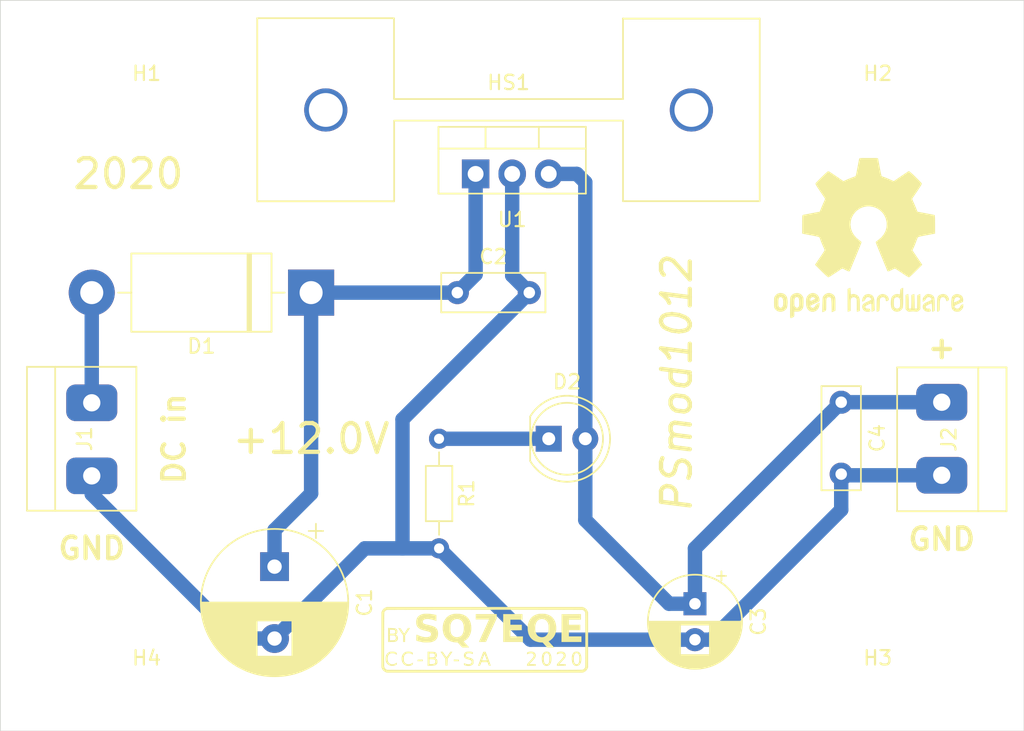
<source format=kicad_pcb>
(kicad_pcb (version 20171130) (host pcbnew 5.1.5+dfsg1-2build2)

  (general
    (thickness 1.6)
    (drawings 15)
    (tracks 37)
    (zones 0)
    (modules 17)
    (nets 6)
  )

  (page A4)
  (title_block
    (title "PSmod1012 PCB")
    (date 2020-10-30)
    (rev 1.0)
    (company "MSc Paweł Sobótka")
    (comment 1 "CC-BY-SA 4.0")
    (comment 2 "by SQ7EQE")
  )

  (layers
    (0 F.Cu signal)
    (31 B.Cu signal)
    (32 B.Adhes user)
    (33 F.Adhes user)
    (34 B.Paste user)
    (35 F.Paste user)
    (36 B.SilkS user)
    (37 F.SilkS user)
    (38 B.Mask user)
    (39 F.Mask user)
    (40 Dwgs.User user)
    (41 Cmts.User user)
    (42 Eco1.User user)
    (43 Eco2.User user)
    (44 Edge.Cuts user)
    (45 Margin user)
    (46 B.CrtYd user)
    (47 F.CrtYd user)
    (48 B.Fab user)
    (49 F.Fab user)
  )

  (setup
    (last_trace_width 1)
    (trace_clearance 0.4)
    (zone_clearance 0.508)
    (zone_45_only no)
    (trace_min 0.2)
    (via_size 0.8)
    (via_drill 0.4)
    (via_min_size 0.4)
    (via_min_drill 0.3)
    (uvia_size 0.3)
    (uvia_drill 0.1)
    (uvias_allowed no)
    (uvia_min_size 0.2)
    (uvia_min_drill 0.1)
    (edge_width 0.05)
    (segment_width 0.2)
    (pcb_text_width 0.3)
    (pcb_text_size 1.5 1.5)
    (mod_edge_width 0.12)
    (mod_text_size 1 1)
    (mod_text_width 0.15)
    (pad_size 1.524 1.524)
    (pad_drill 0.762)
    (pad_to_mask_clearance 0.051)
    (solder_mask_min_width 0.25)
    (aux_axis_origin 0 0)
    (visible_elements FFFFFF7F)
    (pcbplotparams
      (layerselection 0x010fc_ffffffff)
      (usegerberextensions false)
      (usegerberattributes false)
      (usegerberadvancedattributes false)
      (creategerberjobfile false)
      (excludeedgelayer true)
      (linewidth 0.150000)
      (plotframeref false)
      (viasonmask false)
      (mode 1)
      (useauxorigin false)
      (hpglpennumber 1)
      (hpglpenspeed 20)
      (hpglpendiameter 15.000000)
      (psnegative false)
      (psa4output false)
      (plotreference true)
      (plotvalue true)
      (plotinvisibletext false)
      (padsonsilk false)
      (subtractmaskfromsilk false)
      (outputformat 1)
      (mirror false)
      (drillshape 1)
      (scaleselection 1)
      (outputdirectory ""))
  )

  (net 0 "")
  (net 1 "Net-(C1-Pad1)")
  (net 2 GND)
  (net 3 "Net-(C3-Pad1)")
  (net 4 "Net-(D1-Pad2)")
  (net 5 "Net-(D2-Pad1)")

  (net_class Default "To jest domyślna klasa połączeń."
    (clearance 0.4)
    (trace_width 1)
    (via_dia 0.8)
    (via_drill 0.4)
    (uvia_dia 0.3)
    (uvia_drill 0.1)
    (add_net GND)
    (add_net "Net-(C1-Pad1)")
    (add_net "Net-(C3-Pad1)")
    (add_net "Net-(D1-Pad2)")
    (add_net "Net-(D2-Pad1)")
  )

  (module ups-pcb:DG301-5.0-2P (layer F.Cu) (tedit 5F9ADE78) (tstamp 5F994AC9)
    (at 191.135 107.99 90)
    (tags TerminalBlock)
    (path /5F9906BE)
    (fp_text reference J2 (at 0 0.5 90) (layer F.SilkS)
      (effects (font (size 1 1) (thickness 0.15)))
    )
    (fp_text value "DC out" (at 0 2.54 90) (layer F.Fab)
      (effects (font (size 1 1) (thickness 0.15)))
    )
    (fp_line (start -5 4.5) (end 5 4.5) (layer F.CrtYd) (width 0.12))
    (fp_line (start -5 -3.1) (end 5 -3.1) (layer F.CrtYd) (width 0.12))
    (fp_line (start -5 -3.1) (end -5 4.5) (layer F.CrtYd) (width 0.12))
    (fp_line (start 5 -3.1) (end 5 4.5) (layer F.CrtYd) (width 0.12))
    (fp_line (start -5 -3.1) (end 5 -3.1) (layer F.CrtYd) (width 0.12))
    (fp_line (start -5 -3.1) (end 5 -3.1) (layer F.SilkS) (width 0.12))
    (fp_line (start 5 -3.1) (end 5 4.5) (layer F.SilkS) (width 0.12))
    (fp_line (start -5 -3.1) (end -5 4.5) (layer F.SilkS) (width 0.12))
    (fp_line (start -5 4.5) (end 5 4.5) (layer F.SilkS) (width 0.12))
    (fp_line (start -5 2.54) (end 5 2.54) (layer F.SilkS) (width 0.12))
    (pad 1 thru_hole roundrect (at -2.5 0 90) (size 2.54 3.54) (drill 1.2) (layers *.Cu *.Mask) (roundrect_rratio 0.25)
      (net 2 GND))
    (pad 2 thru_hole roundrect (at 2.58 0 90) (size 2.54 3.54) (drill 1.2) (layers *.Cu *.Mask) (roundrect_rratio 0.25)
      (net 3 "Net-(C3-Pad1)"))
    (model ${KIPRJMOD}/packages3d/dg301-5.0P.step
      (at (xyz 0 0 0))
      (scale (xyz 1 1 1))
      (rotate (xyz 0 0 90))
    )
  )

  (module ups-pcb:DG301-5.0-2P (layer F.Cu) (tedit 5F9ADE78) (tstamp 5F994AB9)
    (at 132.08 107.95 270)
    (tags TerminalBlock)
    (path /5F9900ED)
    (fp_text reference J1 (at 0 0.5 90) (layer F.SilkS)
      (effects (font (size 1 1) (thickness 0.15)))
    )
    (fp_text value "DC inp" (at 0 2.54 90) (layer F.Fab)
      (effects (font (size 1 1) (thickness 0.15)))
    )
    (fp_line (start -5 4.5) (end 5 4.5) (layer F.CrtYd) (width 0.12))
    (fp_line (start -5 -3.1) (end 5 -3.1) (layer F.CrtYd) (width 0.12))
    (fp_line (start -5 -3.1) (end -5 4.5) (layer F.CrtYd) (width 0.12))
    (fp_line (start 5 -3.1) (end 5 4.5) (layer F.CrtYd) (width 0.12))
    (fp_line (start -5 -3.1) (end 5 -3.1) (layer F.CrtYd) (width 0.12))
    (fp_line (start -5 -3.1) (end 5 -3.1) (layer F.SilkS) (width 0.12))
    (fp_line (start 5 -3.1) (end 5 4.5) (layer F.SilkS) (width 0.12))
    (fp_line (start -5 -3.1) (end -5 4.5) (layer F.SilkS) (width 0.12))
    (fp_line (start -5 4.5) (end 5 4.5) (layer F.SilkS) (width 0.12))
    (fp_line (start -5 2.54) (end 5 2.54) (layer F.SilkS) (width 0.12))
    (pad 1 thru_hole roundrect (at -2.5 0 270) (size 2.54 3.54) (drill 1.2) (layers *.Cu *.Mask) (roundrect_rratio 0.25)
      (net 4 "Net-(D1-Pad2)"))
    (pad 2 thru_hole roundrect (at 2.58 0 270) (size 2.54 3.54) (drill 1.2) (layers *.Cu *.Mask) (roundrect_rratio 0.25)
      (net 2 GND))
    (model ${KIPRJMOD}/packages3d/dg301-5.0P.step
      (at (xyz 0 0 0))
      (scale (xyz 1 1 1))
      (rotate (xyz 0 0 90))
    )
  )

  (module ups-pcb:sk104_25.4mm (layer F.Cu) (tedit 5F9A176E) (tstamp 5F994AA9)
    (at 161.040001 85.09)
    (descr "radiator na profilu sk104")
    (tags heatsink)
    (path /5F98FE0B)
    (fp_text reference HS1 (at 0 -1.905) (layer F.SilkS)
      (effects (font (size 1 1) (thickness 0.15)))
    )
    (fp_text value sk104_25.4mm (at 0 -3.81) (layer F.Fab)
      (effects (font (size 1 1) (thickness 0.15)))
    )
    (fp_line (start -7.96 -6.37) (end -7.96 -0.77) (layer F.SilkS) (width 0.12))
    (fp_line (start 7.94 -6.35) (end 17.44 -6.35) (layer F.SilkS) (width 0.12))
    (fp_line (start 17.45 6.34) (end 17.45 -6.36) (layer F.SilkS) (width 0.12))
    (fp_line (start 7.94 6.34) (end 17.44 6.34) (layer F.SilkS) (width 0.12))
    (fp_line (start -17.47 -6.38) (end -7.97 -6.38) (layer F.SilkS) (width 0.12))
    (fp_line (start -17.46 6.35) (end -17.46 -6.35) (layer F.SilkS) (width 0.12))
    (fp_line (start -17.46 6.35) (end -7.96 6.35) (layer F.SilkS) (width 0.12))
    (fp_line (start -7.95 0.75) (end -7.95 6.35) (layer F.SilkS) (width 0.12))
    (fp_line (start 7.95 0.74) (end 7.95 6.34) (layer F.SilkS) (width 0.12))
    (fp_line (start -7.95 0.74) (end 7.95 0.74) (layer F.SilkS) (width 0.12))
    (fp_line (start 7.95 -6.36) (end 7.95 -0.76) (layer F.SilkS) (width 0.12))
    (fp_line (start -7.95 -0.76) (end 7.95 -0.76) (layer F.SilkS) (width 0.12))
    (fp_line (start 7.95 0.75) (end 7.95 6.35) (layer F.CrtYd) (width 0.12))
    (fp_line (start 7.95 -6.35) (end 7.95 -0.75) (layer F.CrtYd) (width 0.12))
    (fp_line (start 7.95 6.35) (end 17.45 6.35) (layer F.CrtYd) (width 0.12))
    (fp_line (start 7.95 -6.35) (end 17.45 -6.35) (layer F.CrtYd) (width 0.12))
    (fp_line (start -7.95 0.75) (end -7.95 6.35) (layer F.CrtYd) (width 0.12))
    (fp_line (start -7.95 -6.35) (end -7.95 -0.75) (layer F.CrtYd) (width 0.12))
    (fp_line (start -17.45 -6.35) (end -7.95 -6.35) (layer F.CrtYd) (width 0.12))
    (fp_line (start -17.45 6.35) (end -7.95 6.35) (layer F.CrtYd) (width 0.12))
    (fp_line (start -7.95 -0.75) (end 7.95 -0.75) (layer F.CrtYd) (width 0.12))
    (fp_line (start -7.95 0.75) (end 7.95 0.75) (layer F.CrtYd) (width 0.12))
    (fp_line (start 17.45 6.35) (end 17.45 -6.35) (layer F.CrtYd) (width 0.12))
    (fp_line (start -17.45 6.35) (end -17.45 -6.35) (layer F.CrtYd) (width 0.12))
    (pad "" np_thru_hole circle (at 12.7 0) (size 3 3) (drill 2.35) (layers *.Cu *.Mask))
    (pad "" np_thru_hole circle (at -12.7 0) (size 3 3) (drill 2.35) (layers *.Cu *.Mask))
    (model ${KIPRJMOD}/packages3d/sk104-1.step
      (offset (xyz -17.5 6.35 0))
      (scale (xyz 0.99 1 1))
      (rotate (xyz 0 0 0))
    )
  )

  (module ups-pcb:cc-by-sa (layer F.Cu) (tedit 0) (tstamp 5F999933)
    (at 159.385 121.92)
    (path /5F9A792F)
    (fp_text reference G1 (at 0 0) (layer F.SilkS) hide
      (effects (font (size 1.524 1.524) (thickness 0.3)))
    )
    (fp_text value CC-BY-SA (at 0.75 0) (layer F.SilkS) hide
      (effects (font (size 1.524 1.524) (thickness 0.3)))
    )
    (fp_poly (pts (xy 6.683375 -1.397) (xy 5.842 -1.397) (xy 5.842 -1.031875) (xy 6.63575 -1.031875)
      (xy 6.63575 -0.66675) (xy 5.842 -0.66675) (xy 5.842 -0.22225) (xy 6.715125 -0.22225)
      (xy 6.715125 0.15875) (xy 5.333754 0.15875) (xy 5.337845 -0.805657) (xy 5.341937 -1.770063)
      (xy 6.683375 -1.778345) (xy 6.683375 -1.397)) (layer F.SilkS) (width 0.01))
    (fp_poly (pts (xy 2.619375 -1.397) (xy 1.778 -1.397) (xy 1.778 -1.031875) (xy 2.57175 -1.031875)
      (xy 2.57175 -0.667305) (xy 2.178843 -0.663059) (xy 1.785937 -0.658813) (xy 1.78152 -0.440532)
      (xy 1.777104 -0.22225) (xy 2.651125 -0.22225) (xy 2.651125 0.15875) (xy 1.285875 0.15875)
      (xy 1.285875 -1.778) (xy 2.619375 -1.778) (xy 2.619375 -1.397)) (layer F.SilkS) (width 0.01))
    (fp_poly (pts (xy 0.8255 -1.481033) (xy 0.453404 -0.66511) (xy 0.081309 0.150812) (xy -0.157783 0.155194)
      (xy -0.240817 0.156049) (xy -0.311325 0.155504) (xy -0.363833 0.153701) (xy -0.392869 0.150786)
      (xy -0.396875 0.148916) (xy -0.390494 0.132828) (xy -0.372165 0.090576) (xy -0.34311 0.024887)
      (xy -0.30455 -0.061512) (xy -0.257708 -0.165896) (xy -0.203804 -0.285537) (xy -0.144061 -0.41771)
      (xy -0.0797 -0.559687) (xy -0.053998 -0.616276) (xy 0.012073 -0.761733) (xy 0.074262 -0.89876)
      (xy 0.131311 -1.02458) (xy 0.181964 -1.136416) (xy 0.224963 -1.231489) (xy 0.259053 -1.307021)
      (xy 0.282975 -1.360236) (xy 0.295473 -1.388355) (xy 0.29695 -1.391842) (xy 0.294239 -1.398059)
      (xy 0.27883 -1.402975) (xy 0.24777 -1.406727) (xy 0.198103 -1.409452) (xy 0.126877 -1.411286)
      (xy 0.031138 -1.412367) (xy -0.09207 -1.412831) (xy -0.157052 -1.412875) (xy -0.619125 -1.412875)
      (xy -0.619125 -1.778) (xy 0.8255 -1.778) (xy 0.8255 -1.481033)) (layer F.SilkS) (width 0.01))
    (fp_poly (pts (xy -5.230603 -0.807809) (xy -5.208576 -0.803272) (xy -5.207 -0.801464) (xy -5.215403 -0.786323)
      (xy -5.238786 -0.749063) (xy -5.274418 -0.693914) (xy -5.319564 -0.625105) (xy -5.371491 -0.546865)
      (xy -5.373688 -0.543572) (xy -5.540375 -0.293843) (xy -5.540375 0.15875) (xy -5.667375 0.15875)
      (xy -5.667375 -0.302646) (xy -5.834063 -0.546581) (xy -5.886641 -0.624062) (xy -5.932406 -0.692528)
      (xy -5.96855 -0.747695) (xy -5.992267 -0.785279) (xy -6.00075 -0.800984) (xy -5.986669 -0.806346)
      (xy -5.951239 -0.80749) (xy -5.933282 -0.80657) (xy -5.906822 -0.803979) (xy -5.885329 -0.797899)
      (xy -5.864783 -0.784294) (xy -5.841163 -0.75913) (xy -5.81045 -0.718372) (xy -5.768623 -0.657985)
      (xy -5.73322 -0.605776) (xy -5.600628 -0.409864) (xy -5.467131 -0.609745) (xy -5.333634 -0.809625)
      (xy -5.270317 -0.809625) (xy -5.230603 -0.807809)) (layer F.SilkS) (width 0.01))
    (fp_poly (pts (xy -6.480969 -0.806715) (xy -6.373205 -0.802568) (xy -6.291718 -0.795803) (xy -6.231058 -0.784911)
      (xy -6.185773 -0.768385) (xy -6.150409 -0.744716) (xy -6.119516 -0.712397) (xy -6.113694 -0.705145)
      (xy -6.079451 -0.640165) (xy -6.0679 -0.567735) (xy -6.077953 -0.496361) (xy -6.108522 -0.434547)
      (xy -6.153559 -0.393594) (xy -6.20932 -0.360695) (xy -6.150344 -0.327191) (xy -6.086407 -0.275748)
      (xy -6.04848 -0.207875) (xy -6.035603 -0.121583) (xy -6.036529 -0.091068) (xy -6.050675 -0.008265)
      (xy -6.083757 0.053613) (xy -6.140474 0.102015) (xy -6.168338 0.117973) (xy -6.197309 0.131076)
      (xy -6.230411 0.140547) (xy -6.273697 0.147144) (xy -6.333222 0.151628) (xy -6.415043 0.154757)
      (xy -6.473032 0.156206) (xy -6.715125 0.161599) (xy -6.715125 -0.301625) (xy -6.588125 -0.301625)
      (xy -6.588125 0.050515) (xy -6.421763 0.045101) (xy -6.346238 0.042089) (xy -6.295238 0.03784)
      (xy -6.261537 0.030722) (xy -6.237912 0.019106) (xy -6.21714 0.001365) (xy -6.213987 -0.001762)
      (xy -6.181102 -0.054216) (xy -6.169725 -0.117162) (xy -6.178255 -0.181601) (xy -6.205094 -0.238533)
      (xy -6.248645 -0.278962) (xy -6.264552 -0.286459) (xy -6.29832 -0.293358) (xy -6.353796 -0.298615)
      (xy -6.420951 -0.301393) (xy -6.446284 -0.301625) (xy -6.588125 -0.301625) (xy -6.715125 -0.301625)
      (xy -6.715125 -0.6985) (xy -6.588125 -0.6985) (xy -6.588125 -0.409775) (xy -6.431004 -0.415232)
      (xy -6.353676 -0.41906) (xy -6.301212 -0.425009) (xy -6.266736 -0.434369) (xy -6.243374 -0.448428)
      (xy -6.240504 -0.45093) (xy -6.216982 -0.49018) (xy -6.206369 -0.545749) (xy -6.210465 -0.604212)
      (xy -6.216987 -0.626352) (xy -6.245598 -0.66103) (xy -6.301106 -0.684257) (xy -6.384677 -0.696391)
      (xy -6.4524 -0.6985) (xy -6.588125 -0.6985) (xy -6.715125 -0.6985) (xy -6.715125 -0.813086)
      (xy -6.480969 -0.806715)) (layer F.SilkS) (width 0.01))
    (fp_poly (pts (xy -3.856768 -1.79492) (xy -3.697368 -1.777273) (xy -3.535998 -1.749854) (xy -3.472657 -1.736304)
      (xy -3.3655 -1.711956) (xy -3.3655 -1.303968) (xy -3.490551 -1.349606) (xy -3.627449 -1.392503)
      (xy -3.765107 -1.42264) (xy -3.897804 -1.439572) (xy -4.01982 -1.442851) (xy -4.125433 -1.432029)
      (xy -4.208923 -1.406661) (xy -4.210597 -1.405875) (xy -4.267552 -1.364213) (xy -4.301901 -1.308664)
      (xy -4.312859 -1.246584) (xy -4.29964 -1.185328) (xy -4.261458 -1.132252) (xy -4.241488 -1.11659)
      (xy -4.199688 -1.095814) (xy -4.139082 -1.074343) (xy -4.072203 -1.056567) (xy -4.066863 -1.055416)
      (xy -3.899498 -1.018362) (xy -3.760475 -0.983585) (xy -3.646574 -0.949929) (xy -3.554573 -0.916238)
      (xy -3.481253 -0.881354) (xy -3.423391 -0.844121) (xy -3.384625 -0.810433) (xy -3.314511 -0.718244)
      (xy -3.268382 -0.607344) (xy -3.247045 -0.480722) (xy -3.251311 -0.341369) (xy -3.253401 -0.325218)
      (xy -3.284785 -0.188755) (xy -3.338378 -0.074408) (xy -3.41502 0.018692) (xy -3.515551 0.091415)
      (xy -3.640811 0.144629) (xy -3.729524 0.16784) (xy -3.785659 0.175867) (xy -3.864358 0.182087)
      (xy -3.956473 0.186296) (xy -4.05286 0.188289) (xy -4.144372 0.187863) (xy -4.221862 0.184813)
      (xy -4.270375 0.179925) (xy -4.348502 0.165574) (xy -4.442739 0.145287) (xy -4.53895 0.122333)
      (xy -4.623002 0.099978) (xy -4.647407 0.092755) (xy -4.746625 0.062224) (xy -4.746625 -0.145212)
      (xy -4.745924 -0.233289) (xy -4.743573 -0.293345) (xy -4.739205 -0.329083) (xy -4.732452 -0.344207)
      (xy -4.726782 -0.344807) (xy -4.704075 -0.335549) (xy -4.659732 -0.317257) (xy -4.601426 -0.293104)
      (xy -4.56882 -0.279563) (xy -4.420469 -0.224763) (xy -4.284205 -0.190067) (xy -4.149603 -0.173191)
      (xy -4.071938 -0.170674) (xy -3.951293 -0.177403) (xy -3.858001 -0.198919) (xy -3.790981 -0.235887)
      (xy -3.749148 -0.288971) (xy -3.73142 -0.358836) (xy -3.730625 -0.380148) (xy -3.737544 -0.442943)
      (xy -3.760113 -0.485932) (xy -3.762836 -0.488963) (xy -3.784128 -0.510106) (xy -3.807511 -0.528099)
      (xy -3.83707 -0.544365) (xy -3.876888 -0.560328) (xy -3.931052 -0.577411) (xy -4.003644 -0.597037)
      (xy -4.09875 -0.620632) (xy -4.220454 -0.649617) (xy -4.230688 -0.652029) (xy -4.386509 -0.697965)
      (xy -4.513679 -0.756253) (xy -4.613284 -0.828127) (xy -4.686411 -0.914819) (xy -4.734148 -1.017562)
      (xy -4.757583 -1.137588) (xy -4.759344 -1.251438) (xy -4.740951 -1.38711) (xy -4.699594 -1.502097)
      (xy -4.633903 -1.598174) (xy -4.542506 -1.677112) (xy -4.424033 -1.740686) (xy -4.362906 -1.764272)
      (xy -4.267267 -1.787471) (xy -4.147306 -1.800194) (xy -4.00861 -1.802619) (xy -3.856768 -1.79492)) (layer F.SilkS) (width 0.01))
    (fp_poly (pts (xy 4.087612 -1.797844) (xy 4.193582 -1.788715) (xy 4.279532 -1.77348) (xy 4.28625 -1.771726)
      (xy 4.451306 -1.712893) (xy 4.593578 -1.631958) (xy 4.71303 -1.528966) (xy 4.809628 -1.403963)
      (xy 4.883335 -1.256993) (xy 4.934118 -1.088103) (xy 4.961941 -0.897336) (xy 4.961973 -0.896938)
      (xy 4.963268 -0.711119) (xy 4.937256 -0.535334) (xy 4.885111 -0.372124) (xy 4.808004 -0.224033)
      (xy 4.70711 -0.093603) (xy 4.583599 0.016624) (xy 4.521234 0.058784) (xy 4.427854 0.116422)
      (xy 4.481065 0.173304) (xy 4.512428 0.207239) (xy 4.558864 0.257989) (xy 4.614192 0.318782)
      (xy 4.672235 0.382843) (xy 4.674156 0.384968) (xy 4.814034 0.53975) (xy 4.336267 0.53975)
      (xy 4.182172 0.367332) (xy 4.028078 0.194915) (xy 3.88332 0.185628) (xy 3.69886 0.160817)
      (xy 3.533275 0.111678) (xy 3.387517 0.038895) (xy 3.262542 -0.05685) (xy 3.159303 -0.174873)
      (xy 3.078754 -0.314491) (xy 3.038058 -0.419457) (xy 3.008383 -0.542476) (xy 2.99071 -0.683876)
      (xy 2.988832 -0.738448) (xy 3.497536 -0.738448) (xy 3.512708 -0.608851) (xy 3.543322 -0.488071)
      (xy 3.589299 -0.381928) (xy 3.650559 -0.296241) (xy 3.670206 -0.276917) (xy 3.76166 -0.214838)
      (xy 3.867457 -0.177492) (xy 3.980891 -0.165842) (xy 4.095255 -0.180853) (xy 4.167187 -0.205482)
      (xy 4.23743 -0.249857) (xy 4.305416 -0.317212) (xy 4.363816 -0.399184) (xy 4.398682 -0.469602)
      (xy 4.413496 -0.510047) (xy 4.423849 -0.548931) (xy 4.430537 -0.593243) (xy 4.434357 -0.649976)
      (xy 4.436107 -0.726122) (xy 4.436544 -0.801688) (xy 4.436283 -0.896989) (xy 4.434482 -0.967746)
      (xy 4.430326 -1.021157) (xy 4.423003 -1.06442) (xy 4.4117 -1.104733) (xy 4.397999 -1.143)
      (xy 4.3411 -1.254465) (xy 4.265067 -1.341164) (xy 4.171679 -1.401944) (xy 4.062713 -1.435649)
      (xy 3.939948 -1.441126) (xy 3.938845 -1.441048) (xy 3.82513 -1.420804) (xy 3.729674 -1.37654)
      (xy 3.656078 -1.315048) (xy 3.592852 -1.228642) (xy 3.545464 -1.12196) (xy 3.513835 -1.000822)
      (xy 3.497885 -0.871045) (xy 3.497536 -0.738448) (xy 2.988832 -0.738448) (xy 2.985596 -0.832424)
      (xy 2.993597 -0.976888) (xy 3.00616 -1.063625) (xy 3.052575 -1.230696) (xy 3.124735 -1.379817)
      (xy 3.221206 -1.509448) (xy 3.340552 -1.61805) (xy 3.481338 -1.704082) (xy 3.642129 -1.766004)
      (xy 3.667125 -1.772917) (xy 3.751378 -1.788405) (xy 3.85633 -1.797709) (xy 3.971802 -1.800849)
      (xy 4.087612 -1.797844)) (layer F.SilkS) (width 0.01))
    (fp_poly (pts (xy -1.755001 -1.792265) (xy -1.604178 -1.767851) (xy -1.471404 -1.724952) (xy -1.351736 -1.661875)
      (xy -1.240232 -1.576926) (xy -1.217136 -1.555911) (xy -1.111612 -1.435933) (xy -1.031148 -1.2968)
      (xy -0.975693 -1.138365) (xy -0.945199 -0.960481) (xy -0.939613 -0.762999) (xy -0.940211 -0.747054)
      (xy -0.945877 -0.651672) (xy -0.955098 -0.575891) (xy -0.969945 -0.507594) (xy -0.992493 -0.434665)
      (xy -0.99481 -0.427924) (xy -1.062259 -0.273534) (xy -1.15007 -0.139003) (xy -1.255903 -0.027244)
      (xy -1.377417 0.058828) (xy -1.392047 0.066818) (xy -1.431782 0.090169) (xy -1.45648 0.109055)
      (xy -1.4605 0.115281) (xy -1.450405 0.130788) (xy -1.422647 0.165194) (xy -1.381019 0.213996)
      (xy -1.329317 0.272689) (xy -1.306715 0.29787) (xy -1.248911 0.361986) (xy -1.196332 0.420402)
      (xy -1.15382 0.46773) (xy -1.12622 0.498582) (xy -1.121385 0.504031) (xy -1.089841 0.53975)
      (xy -1.326765 0.539718) (xy -1.563688 0.539687) (xy -1.717467 0.367554) (xy -1.871245 0.19542)
      (xy -2.019092 0.185187) (xy -2.191282 0.163535) (xy -2.341209 0.122919) (xy -2.473361 0.061471)
      (xy -2.592229 -0.022674) (xy -2.652384 -0.078117) (xy -2.746756 -0.188402) (xy -2.818713 -0.309851)
      (xy -2.87003 -0.446873) (xy -2.902482 -0.603874) (xy -2.915068 -0.73025) (xy -2.914676 -0.809625)
      (xy -2.388706 -0.809625) (xy -2.387194 -0.687929) (xy -2.381223 -0.591604) (xy -2.369441 -0.514424)
      (xy -2.350495 -0.450162) (xy -2.323034 -0.392592) (xy -2.285775 -0.335583) (xy -2.211607 -0.25902)
      (xy -2.119422 -0.204893) (xy -2.014775 -0.174374) (xy -1.903225 -0.168632) (xy -1.790329 -0.188837)
      (xy -1.719198 -0.216277) (xy -1.663933 -0.248129) (xy -1.614047 -0.286013) (xy -1.593629 -0.306405)
      (xy -1.532046 -0.400994) (xy -1.48729 -0.515074) (xy -1.459275 -0.642492) (xy -1.44791 -0.777093)
      (xy -1.453107 -0.912723) (xy -1.474777 -1.043227) (xy -1.512831 -1.162452) (xy -1.56718 -1.264242)
      (xy -1.608204 -1.315048) (xy -1.691337 -1.38252) (xy -1.788532 -1.424099) (xy -1.890971 -1.441048)
      (xy -2.013447 -1.435427) (xy -2.123418 -1.401255) (xy -2.21839 -1.34011) (xy -2.295869 -1.253572)
      (xy -2.350713 -1.15) (xy -2.365335 -1.110276) (xy -2.375632 -1.072251) (xy -2.382362 -1.029137)
      (xy -2.386281 -0.974147) (xy -2.388148 -0.900493) (xy -2.388706 -0.809625) (xy -2.914676 -0.809625)
      (xy -2.914145 -0.916702) (xy -2.887781 -1.091387) (xy -2.837149 -1.251888) (xy -2.763418 -1.395787)
      (xy -2.667759 -1.520666) (xy -2.551344 -1.624107) (xy -2.45264 -1.685367) (xy -2.354133 -1.732201)
      (xy -2.260559 -1.765058) (xy -2.162716 -1.78595) (xy -2.051402 -1.796888) (xy -1.928813 -1.799889)
      (xy -1.755001 -1.792265)) (layer F.SilkS) (width 0.01))
    (fp_poly (pts (xy -1.801813 1.389062) (xy -1.796838 1.440656) (xy -1.791864 1.49225) (xy -2.143125 1.49225)
      (xy -2.143125 1.38005) (xy -1.801813 1.389062)) (layer F.SilkS) (width 0.01))
    (fp_poly (pts (xy -4.318 1.49225) (xy -4.669262 1.49225) (xy -4.664288 1.440656) (xy -4.659313 1.389062)
      (xy -4.488657 1.384556) (xy -4.318 1.38005) (xy -4.318 1.49225)) (layer F.SilkS) (width 0.01))
    (fp_poly (pts (xy 5.414518 0.840332) (xy 5.491743 0.868822) (xy 5.505684 0.877232) (xy 5.568258 0.936395)
      (xy 5.606721 1.01167) (xy 5.619643 1.096952) (xy 5.605596 1.186137) (xy 5.588219 1.229858)
      (xy 5.566808 1.262981) (xy 5.527515 1.313402) (xy 5.474772 1.37583) (xy 5.413009 1.444976)
      (xy 5.364628 1.496808) (xy 5.172567 1.698625) (xy 5.61975 1.698625) (xy 5.61975 1.80975)
      (xy 5.0165 1.80975) (xy 5.0165 1.751789) (xy 5.018193 1.729512) (xy 5.025265 1.707218)
      (xy 5.040707 1.681003) (xy 5.067508 1.646966) (xy 5.108658 1.601206) (xy 5.167146 1.53982)
      (xy 5.222692 1.482714) (xy 5.314782 1.386252) (xy 5.384938 1.307152) (xy 5.435308 1.242087)
      (xy 5.468044 1.187729) (xy 5.485294 1.140753) (xy 5.489209 1.097831) (xy 5.486428 1.074593)
      (xy 5.460282 1.010519) (xy 5.411693 0.965715) (xy 5.344122 0.941093) (xy 5.261031 0.937566)
      (xy 5.165882 0.956045) (xy 5.110558 0.975556) (xy 5.014748 1.014487) (xy 5.019592 0.94834)
      (xy 5.023444 0.911963) (xy 5.033199 0.889602) (xy 5.056207 0.874231) (xy 5.099815 0.858821)
      (xy 5.119687 0.85262) (xy 5.219299 0.831645) (xy 5.32064 0.827745) (xy 5.414518 0.840332)) (layer F.SilkS) (width 0.01))
    (fp_poly (pts (xy 3.347706 0.845727) (xy 3.42663 0.883406) (xy 3.48688 0.938552) (xy 3.525132 1.009439)
      (xy 3.538062 1.094345) (xy 3.537027 1.116638) (xy 3.530481 1.161287) (xy 3.516779 1.20444)
      (xy 3.493196 1.250103) (xy 3.457008 1.302283) (xy 3.405491 1.364985) (xy 3.335919 1.442214)
      (xy 3.262691 1.520031) (xy 3.092637 1.698625) (xy 3.540125 1.698625) (xy 3.540125 1.80975)
      (xy 2.936875 1.80975) (xy 2.936875 1.752386) (xy 2.938666 1.730158) (xy 2.946021 1.707618)
      (xy 2.961911 1.680856) (xy 2.989309 1.645961) (xy 3.031186 1.599023) (xy 3.090514 1.536133)
      (xy 3.141566 1.483063) (xy 3.216753 1.403127) (xy 3.282473 1.329216) (xy 3.334947 1.265814)
      (xy 3.370393 1.217405) (xy 3.38136 1.198592) (xy 3.406556 1.121009) (xy 3.401808 1.053537)
      (xy 3.367 0.995405) (xy 3.347867 0.977269) (xy 3.287194 0.945957) (xy 3.208406 0.935738)
      (xy 3.117148 0.946647) (xy 3.027313 0.975259) (xy 2.935189 1.01314) (xy 2.94 0.947579)
      (xy 2.944194 0.910208) (xy 2.954975 0.887729) (xy 2.980081 0.872345) (xy 3.027252 0.856253)
      (xy 3.032125 0.854729) (xy 3.147129 0.829664) (xy 3.253431 0.827238) (xy 3.347706 0.845727)) (layer F.SilkS) (width 0.01))
    (fp_poly (pts (xy 0.23433 1.313284) (xy 0.277953 1.428996) (xy 0.317716 1.535189) (xy 0.352277 1.628225)
      (xy 0.380296 1.704465) (xy 0.40043 1.76027) (xy 0.41134 1.792001) (xy 0.412924 1.797843)
      (xy 0.39873 1.805359) (xy 0.363563 1.809481) (xy 0.35039 1.80975) (xy 0.314843 1.808212)
      (xy 0.292716 1.798823) (xy 0.276176 1.774422) (xy 0.257388 1.727844) (xy 0.255605 1.723084)
      (xy 0.235743 1.667716) (xy 0.219504 1.618451) (xy 0.213056 1.596084) (xy 0.202933 1.55575)
      (xy -0.2355 1.55575) (xy -0.263198 1.631156) (xy -0.290899 1.706355) (xy -0.31093 1.756825)
      (xy -0.326979 1.787483) (xy -0.342736 1.803249) (xy -0.361888 1.809042) (xy -0.388126 1.809779)
      (xy -0.397135 1.80975) (xy -0.438268 1.807697) (xy -0.454663 1.799281) (xy -0.453476 1.781968)
      (xy -0.445713 1.760597) (xy -0.428087 1.713463) (xy -0.402071 1.64446) (xy -0.369138 1.557482)
      (xy -0.33076 1.456424) (xy -0.32232 1.434254) (xy -0.1905 1.434254) (xy -0.1757 1.438439)
      (xy -0.13559 1.441816) (xy -0.076608 1.443998) (xy -0.017521 1.444625) (xy 0.155458 1.444625)
      (xy 0.075361 1.226343) (xy 0.046277 1.148194) (xy 0.020388 1.080687) (xy -0.00009 1.029455)
      (xy -0.012936 1.000129) (xy -0.015499 0.995725) (xy -0.023472 1.006291) (xy -0.039988 1.040541)
      (xy -0.06261 1.092369) (xy -0.0889 1.155669) (xy -0.116423 1.224333) (xy -0.142741 1.292254)
      (xy -0.165416 1.353327) (xy -0.182013 1.401445) (xy -0.190095 1.430501) (xy -0.1905 1.434254)
      (xy -0.32232 1.434254) (xy -0.28841 1.34518) (xy -0.27185 1.30175) (xy -0.099264 0.849312)
      (xy -0.021851 0.844972) (xy 0.055562 0.840631) (xy 0.23433 1.313284)) (layer F.SilkS) (width 0.01))
    (fp_poly (pts (xy -2.794 1.031875) (xy -2.747908 1.099519) (xy -2.707577 1.156545) (xy -2.676434 1.19827)
      (xy -2.657905 1.220016) (xy -2.654781 1.222071) (xy -2.642382 1.209406) (xy -2.616177 1.174801)
      (xy -2.579569 1.122996) (xy -2.535963 1.058731) (xy -2.517965 1.031571) (xy -2.392741 0.841375)
      (xy -2.253742 0.841375) (xy -2.416715 1.083468) (xy -2.579688 1.325562) (xy -2.587625 1.563687)
      (xy -2.595563 1.801812) (xy -2.651693 1.806536) (xy -2.692147 1.80677) (xy -2.717575 1.80114)
      (xy -2.719162 1.799922) (xy -2.723201 1.78078) (xy -2.726606 1.735861) (xy -2.729094 1.671135)
      (xy -2.730383 1.592574) (xy -2.7305 1.559589) (xy -2.7305 1.330595) (xy -2.89793 1.085985)
      (xy -3.065359 0.841375) (xy -2.921627 0.841375) (xy -2.794 1.031875)) (layer F.SilkS) (width 0.01))
    (fp_poly (pts (xy -3.726657 0.843918) (xy -3.616147 0.847631) (xy -3.532374 0.854378) (xy -3.470349 0.865962)
      (xy -3.425081 0.884185) (xy -3.391583 0.91085) (xy -3.364864 0.94776) (xy -3.347377 0.980957)
      (xy -3.325053 1.05749) (xy -3.328948 1.133015) (xy -3.357006 1.20026) (xy -3.40717 1.251953)
      (xy -3.427423 1.263955) (xy -3.448028 1.276116) (xy -3.448253 1.287005) (xy -3.425192 1.303596)
      (xy -3.406192 1.314928) (xy -3.342198 1.365081) (xy -3.304168 1.427201) (xy -3.28951 1.506566)
      (xy -3.289967 1.551505) (xy -3.295755 1.611799) (xy -3.307676 1.652706) (xy -3.330072 1.686538)
      (xy -3.342423 1.700304) (xy -3.379207 1.735129) (xy -3.418443 1.760997) (xy -3.46579 1.779436)
      (xy -3.526905 1.791976) (xy -3.607445 1.800144) (xy -3.713068 1.805468) (xy -3.734594 1.806222)
      (xy -3.96875 1.814064) (xy -3.96875 1.349375) (xy -3.84175 1.349375) (xy -3.84175 1.698625)
      (xy -3.706303 1.698625) (xy -3.625761 1.695576) (xy -3.55832 1.687205) (xy -3.517081 1.676156)
      (xy -3.463223 1.640804) (xy -3.433203 1.587777) (xy -3.424671 1.520031) (xy -3.435805 1.445055)
      (xy -3.468304 1.390966) (xy -3.502929 1.367003) (xy -3.535618 1.359206) (xy -3.59055 1.353174)
      (xy -3.658232 1.349794) (xy -3.691685 1.349375) (xy -3.84175 1.349375) (xy -3.96875 1.349375)
      (xy -3.96875 0.9525) (xy -3.84175 0.9525) (xy -3.84175 1.23825) (xy -3.717119 1.23825)
      (xy -3.649808 1.236001) (xy -3.588417 1.230073) (xy -3.545197 1.221695) (xy -3.542159 1.220705)
      (xy -3.495682 1.195365) (xy -3.469925 1.155363) (xy -3.460906 1.093899) (xy -3.46075 1.081695)
      (xy -3.466646 1.031894) (xy -3.488623 0.997532) (xy -3.502579 0.985402) (xy -3.52756 0.969404)
      (xy -3.558176 0.95951) (xy -3.602324 0.954357) (xy -3.667903 0.952579) (xy -3.693079 0.9525)
      (xy -3.84175 0.9525) (xy -3.96875 0.9525) (xy -3.96875 0.838525) (xy -3.726657 0.843918)) (layer F.SilkS) (width 0.01))
    (fp_poly (pts (xy 6.457557 0.833937) (xy 6.538086 0.865471) (xy 6.603233 0.924142) (xy 6.639368 0.979129)
      (xy 6.678784 1.077808) (xy 6.702959 1.195343) (xy 6.7115 1.322527) (xy 6.704014 1.450153)
      (xy 6.68011 1.569012) (xy 6.666303 1.610866) (xy 6.617376 1.701305) (xy 6.549273 1.768067)
      (xy 6.465954 1.809156) (xy 6.371378 1.822578) (xy 6.275025 1.807976) (xy 6.216922 1.777728)
      (xy 6.159984 1.725118) (xy 6.112231 1.658787) (xy 6.087525 1.605959) (xy 6.07041 1.537508)
      (xy 6.058321 1.448505) (xy 6.053045 1.368715) (xy 6.179689 1.368715) (xy 6.188037 1.469951)
      (xy 6.2065 1.557789) (xy 6.216258 1.58586) (xy 6.242165 1.63488) (xy 6.27406 1.675469)
      (xy 6.282545 1.683047) (xy 6.338873 1.70905) (xy 6.404161 1.712537) (xy 6.465017 1.693541)
      (xy 6.481587 1.682548) (xy 6.524367 1.629628) (xy 6.554732 1.548585) (xy 6.57235 1.440661)
      (xy 6.577051 1.325562) (xy 6.573147 1.210691) (xy 6.561325 1.121369) (xy 6.540336 1.052104)
      (xy 6.508933 0.997404) (xy 6.499965 0.986138) (xy 6.445025 0.942072) (xy 6.382776 0.925686)
      (xy 6.320437 0.93643) (xy 6.265227 0.973752) (xy 6.24017 1.005966) (xy 6.211695 1.072706)
      (xy 6.191881 1.161283) (xy 6.181091 1.262889) (xy 6.179689 1.368715) (xy 6.053045 1.368715)
      (xy 6.051796 1.349832) (xy 6.051373 1.252369) (xy 6.057593 1.166997) (xy 6.063935 1.129609)
      (xy 6.097699 1.01755) (xy 6.144056 0.933366) (xy 6.205031 0.874991) (xy 6.282647 0.84036)
      (xy 6.359318 0.828283) (xy 6.457557 0.833937)) (layer F.SilkS) (width 0.01))
    (fp_poly (pts (xy 4.374985 0.834127) (xy 4.454852 0.86409) (xy 4.51878 0.920366) (xy 4.560444 0.985472)
      (xy 4.600661 1.088937) (xy 4.624414 1.204651) (xy 4.632148 1.325807) (xy 4.624308 1.445594)
      (xy 4.60134 1.557204) (xy 4.563688 1.653827) (xy 4.511863 1.728586) (xy 4.434706 1.788269)
      (xy 4.346135 1.818748) (xy 4.248478 1.819441) (xy 4.19507 1.80789) (xy 4.124405 1.771377)
      (xy 4.06385 1.707188) (xy 4.016026 1.6185) (xy 3.998978 1.570201) (xy 3.977309 1.46807)
      (xy 3.971227 1.391767) (xy 4.098558 1.391767) (xy 4.112178 1.507525) (xy 4.140751 1.598818)
      (xy 4.183768 1.664486) (xy 4.240722 1.703367) (xy 4.302105 1.7145) (xy 4.354126 1.708749)
      (xy 4.39311 1.686557) (xy 4.412816 1.667338) (xy 4.444097 1.622032) (xy 4.46995 1.564704)
      (xy 4.476146 1.544307) (xy 4.486442 1.482384) (xy 4.49261 1.400895) (xy 4.494615 1.310418)
      (xy 4.492425 1.221533) (xy 4.486008 1.144819) (xy 4.477529 1.098269) (xy 4.444943 1.020537)
      (xy 4.398359 0.965252) (xy 4.34291 0.933276) (xy 4.283729 0.925472) (xy 4.225949 0.942702)
      (xy 4.174704 0.985829) (xy 4.140903 1.041702) (xy 4.120344 1.10756) (xy 4.105578 1.195548)
      (xy 4.100398 1.252708) (xy 4.098558 1.391767) (xy 3.971227 1.391767) (xy 3.968141 1.353063)
      (xy 3.971103 1.235281) (xy 3.985826 1.124827) (xy 4.011938 1.031804) (xy 4.019349 1.014301)
      (xy 4.069585 0.928873) (xy 4.13103 0.871368) (xy 4.207908 0.838734) (xy 4.276249 0.828862)
      (xy 4.374985 0.834127)) (layer F.SilkS) (width 0.01))
    (fp_poly (pts (xy -1.038823 0.829878) (xy -0.957797 0.836938) (xy -0.912813 0.8457) (xy -0.866226 0.859585)
      (xy -0.842106 0.874338) (xy -0.832139 0.898594) (xy -0.828578 0.933171) (xy -0.823718 0.999249)
      (xy -0.883034 0.974465) (xy -0.974079 0.945607) (xy -1.065838 0.932668) (xy -1.151461 0.93529)
      (xy -1.2241 0.953112) (xy -1.276906 0.985775) (xy -1.285734 0.995613) (xy -1.311349 1.048315)
      (xy -1.315874 1.106466) (xy -1.299241 1.157956) (xy -1.286713 1.173912) (xy -1.251728 1.197267)
      (xy -1.202516 1.217499) (xy -1.187494 1.221737) (xy -1.088927 1.246421) (xy -1.01586 1.265834)
      (xy -0.962902 1.28204) (xy -0.92466 1.297101) (xy -0.895743 1.31308) (xy -0.870759 1.33204)
      (xy -0.849753 1.350953) (xy -0.785813 1.410596) (xy -0.785813 1.669153) (xy -0.850652 1.729634)
      (xy -0.92385 1.778596) (xy -1.016265 1.811191) (xy -1.118824 1.825463) (xy -1.222455 1.819457)
      (xy -1.246188 1.814846) (xy -1.279331 1.806605) (xy -1.329215 1.793324) (xy -1.361282 1.784494)
      (xy -1.409093 1.770141) (xy -1.433875 1.756268) (xy -1.443196 1.734884) (xy -1.444625 1.697995)
      (xy -1.444625 1.696483) (xy -1.442769 1.656001) (xy -1.434875 1.640553) (xy -1.417457 1.643523)
      (xy -1.416844 1.643787) (xy -1.303537 1.684745) (xy -1.198755 1.706931) (xy -1.105522 1.711113)
      (xy -1.02686 1.698061) (xy -0.965791 1.668542) (xy -0.925337 1.623325) (xy -0.90852 1.563179)
      (xy -0.91189 1.5154) (xy -0.930649 1.466466) (xy -0.968895 1.428201) (xy -1.030627 1.3979)
      (xy -1.119848 1.372859) (xy -1.124222 1.37189) (xy -1.240497 1.340509) (xy -1.327919 1.302689)
      (xy -1.38911 1.256178) (xy -1.42669 1.198722) (xy -1.443279 1.128068) (xy -1.444625 1.096434)
      (xy -1.431661 1.005488) (xy -1.392327 0.931883) (xy -1.333221 0.878993) (xy -1.295087 0.856564)
      (xy -1.256939 0.842585) (xy -1.208621 0.834598) (xy -1.139976 0.830146) (xy -1.129565 0.829719)
      (xy -1.038823 0.829878)) (layer F.SilkS) (width 0.01))
    (fp_poly (pts (xy -5.173998 0.84017) (xy -5.082126 0.866906) (xy -5.076032 0.86954) (xy -5.031733 0.890929)
      (xy -5.009394 0.910168) (xy -5.001529 0.936982) (xy -5.000625 0.967482) (xy -5.002211 1.007594)
      (xy -5.006176 1.030105) (xy -5.007858 1.031875) (xy -5.024199 1.023763) (xy -5.056875 1.003332)
      (xy -5.072955 0.992607) (xy -5.132767 0.96006) (xy -5.199007 0.942162) (xy -5.28083 0.937092)
      (xy -5.340361 0.939396) (xy -5.436143 0.957378) (xy -5.51227 0.999269) (xy -5.57237 1.067392)
      (xy -5.591562 1.100263) (xy -5.609119 1.139612) (xy -5.619878 1.182303) (xy -5.625369 1.237696)
      (xy -5.627124 1.315154) (xy -5.627134 1.317625) (xy -5.626121 1.394999) (xy -5.621323 1.450696)
      (xy -5.611108 1.494713) (xy -5.593844 1.537051) (xy -5.590046 1.544891) (xy -5.536165 1.621225)
      (xy -5.463499 1.675457) (xy -5.376865 1.706718) (xy -5.281085 1.714141) (xy -5.180975 1.696856)
      (xy -5.081357 1.653996) (xy -5.059202 1.640545) (xy -4.998716 1.60166) (xy -5.00364 1.669986)
      (xy -5.008951 1.711716) (xy -5.022586 1.737992) (xy -5.052557 1.759525) (xy -5.082059 1.774794)
      (xy -5.155339 1.800234) (xy -5.245496 1.81582) (xy -5.338815 1.820208) (xy -5.421584 1.812052)
      (xy -5.433735 1.809292) (xy -5.541906 1.767449) (xy -5.630712 1.700894) (xy -5.701246 1.60869)
      (xy -5.728047 1.556987) (xy -5.756039 1.467758) (xy -5.769276 1.361863) (xy -5.767449 1.25091)
      (xy -5.750243 1.146508) (xy -5.740023 1.112176) (xy -5.69344 1.020179) (xy -5.623882 0.939176)
      (xy -5.539087 0.876919) (xy -5.477959 0.849672) (xy -5.385558 0.830879) (xy -5.27969 0.827936)
      (xy -5.173998 0.84017)) (layer F.SilkS) (width 0.01))
    (fp_poly (pts (xy -6.352673 0.834671) (xy -6.297532 0.839536) (xy -6.253819 0.849781) (xy -6.211403 0.867151)
      (xy -6.199188 0.873125) (xy -6.153414 0.897792) (xy -6.129055 0.919218) (xy -6.118511 0.947058)
      (xy -6.114936 0.98019) (xy -6.110059 1.047567) (xy -6.192907 0.996066) (xy -6.242716 0.967959)
      (xy -6.287984 0.951371) (xy -6.341772 0.942667) (xy -6.397746 0.939025) (xy -6.502341 0.942805)
      (xy -6.584959 0.966013) (xy -6.650066 1.010498) (xy -6.691225 1.060645) (xy -6.731686 1.146055)
      (xy -6.753347 1.245634) (xy -6.756632 1.351082) (xy -6.741967 1.454096) (xy -6.709775 1.546375)
      (xy -6.662774 1.617158) (xy -6.592276 1.671569) (xy -6.505636 1.7037) (xy -6.409687 1.713185)
      (xy -6.311264 1.699657) (xy -6.217199 1.662748) (xy -6.184489 1.642835) (xy -6.147788 1.618938)
      (xy -6.123377 1.604915) (xy -6.119108 1.603375) (xy -6.114602 1.617486) (xy -6.112074 1.652789)
      (xy -6.111875 1.667753) (xy -6.113489 1.704396) (xy -6.122942 1.727958) (xy -6.147153 1.746802)
      (xy -6.193041 1.769288) (xy -6.197634 1.771392) (xy -6.283389 1.800026) (xy -6.382041 1.816617)
      (xy -6.478996 1.819447) (xy -6.5405 1.811796) (xy -6.644769 1.774333) (xy -6.736586 1.712704)
      (xy -6.81019 1.632095) (xy -6.85982 1.53769) (xy -6.866012 1.5188) (xy -6.883537 1.429847)
      (xy -6.889602 1.328431) (xy -6.884416 1.227079) (xy -6.86819 1.138314) (xy -6.859169 1.110482)
      (xy -6.814068 1.016446) (xy -6.756238 0.945156) (xy -6.678501 0.888093) (xy -6.665441 0.880655)
      (xy -6.621883 0.858117) (xy -6.583776 0.844139) (xy -6.541073 0.836713) (xy -6.48373 0.833829)
      (xy -6.429375 0.833437) (xy -6.352673 0.834671)) (layer F.SilkS) (width 0.01))
    (fp_poly (pts (xy 6.918328 -2.221579) (xy 7.004848 -2.169067) (xy 7.070501 -2.105317) (xy 7.123874 -2.021369)
      (xy 7.13812 -1.992313) (xy 7.175189 -1.912938) (xy 7.175189 1.928812) (xy 7.13812 2.008187)
      (xy 7.086683 2.099579) (xy 7.02543 2.168204) (xy 6.945771 2.223023) (xy 6.918328 2.237453)
      (xy 6.821178 2.286) (xy -6.821179 2.286) (xy -6.918329 2.237453) (xy -7.004849 2.184941)
      (xy -7.070502 2.121191) (xy -7.123875 2.037243) (xy -7.138121 2.008187) (xy -7.17519 1.928812)
      (xy -7.17519 0.838471) (xy -6.998817 0.838471) (xy -6.99865 1.033975) (xy -6.998319 1.213267)
      (xy -6.997829 1.374238) (xy -6.997187 1.514781) (xy -6.996397 1.632787) (xy -6.995465 1.726147)
      (xy -6.994397 1.792755) (xy -6.993198 1.830501) (xy -6.992723 1.83673) (xy -6.967832 1.929836)
      (xy -6.919429 2.007544) (xy -6.851566 2.065002) (xy -6.776676 2.095513) (xy -6.75728 2.096376)
      (xy -6.707176 2.097213) (xy -6.627404 2.098022) (xy -6.519006 2.098802) (xy -6.383023 2.099551)
      (xy -6.220497 2.100267) (xy -6.032468 2.100949) (xy -5.819978 2.101596) (xy -5.584069 2.102206)
      (xy -5.32578 2.102777) (xy -5.046155 2.103308) (xy -4.746234 2.103796) (xy -4.427058 2.104242)
      (xy -4.089668 2.104642) (xy -3.735107 2.104995) (xy -3.364414 2.105301) (xy -2.978632 2.105556)
      (xy -2.578802 2.10576) (xy -2.165965 2.105912) (xy -1.741162 2.106008) (xy -1.305434 2.106049)
      (xy -0.859823 2.106032) (xy -0.405371 2.105956) (xy 0.03175 2.105827) (xy 0.584527 2.105627)
      (xy 1.106445 2.105425) (xy 1.598392 2.105217) (xy 2.061258 2.105001) (xy 2.495934 2.104771)
      (xy 2.903309 2.104525) (xy 3.284272 2.104258) (xy 3.639714 2.103966) (xy 3.970525 2.103646)
      (xy 4.277593 2.103293) (xy 4.56181 2.102904) (xy 4.824064 2.102475) (xy 5.065246 2.102001)
      (xy 5.286245 2.10148) (xy 5.487952 2.100908) (xy 5.671255 2.100279) (xy 5.837045 2.099591)
      (xy 5.986211 2.09884) (xy 6.119644 2.098022) (xy 6.238233 2.097132) (xy 6.342868 2.096167)
      (xy 6.434439 2.095124) (xy 6.513835 2.093998) (xy 6.581947 2.092785) (xy 6.639663 2.091482)
      (xy 6.687875 2.090085) (xy 6.727471 2.088589) (xy 6.759342 2.086991) (xy 6.784377 2.085288)
      (xy 6.803466 2.083474) (xy 6.817499 2.081547) (xy 6.827366 2.079502) (xy 6.833956 2.077336)
      (xy 6.836265 2.076226) (xy 6.892935 2.034482) (xy 6.94295 1.979044) (xy 6.976336 1.921519)
      (xy 6.981035 1.907745) (xy 6.982571 1.886645) (xy 6.984048 1.83581) (xy 6.985456 1.757258)
      (xy 6.986781 1.653005) (xy 6.98801 1.525065) (xy 6.989132 1.375456) (xy 6.990134 1.206194)
      (xy 6.991003 1.019294) (xy 6.991727 0.816773) (xy 6.992293 0.600646) (xy 6.992689 0.37293)
      (xy 6.992902 0.135641) (xy 6.992937 -0.007938) (xy 6.992914 -0.29226) (xy 6.992827 -0.546553)
      (xy 6.992654 -0.772537) (xy 6.992368 -0.971934) (xy 6.991947 -1.146464) (xy 6.991365 -1.297848)
      (xy 6.990599 -1.427806) (xy 6.989624 -1.53806) (xy 6.988415 -1.63033) (xy 6.986948 -1.706338)
      (xy 6.9852 -1.767803) (xy 6.983144 -1.816446) (xy 6.980758 -1.853989) (xy 6.978017 -1.882153)
      (xy 6.974897 -1.902657) (xy 6.971372 -1.917222) (xy 6.967419 -1.927571) (xy 6.965726 -1.930891)
      (xy 6.923982 -1.987561) (xy 6.868544 -2.037576) (xy 6.811019 -2.070962) (xy 6.797245 -2.075661)
      (xy 6.778276 -2.07657) (xy 6.728818 -2.077441) (xy 6.650131 -2.078276) (xy 6.543475 -2.079074)
      (xy 6.410112 -2.079835) (xy 6.251302 -2.080559) (xy 6.068305 -2.081247) (xy 5.862382 -2.081897)
      (xy 5.634793 -2.082511) (xy 5.3868 -2.083089) (xy 5.119662 -2.083629) (xy 4.83464 -2.084133)
      (xy 4.532995 -2.084599) (xy 4.215988 -2.085029) (xy 3.884878 -2.085423) (xy 3.540926 -2.085779)
      (xy 3.185394 -2.086099) (xy 2.819541 -2.086381) (xy 2.444628 -2.086627) (xy 2.061916 -2.086837)
      (xy 1.672664 -2.087009) (xy 1.278135 -2.087145) (xy 0.879588 -2.087244) (xy 0.478284 -2.087306)
      (xy 0.075483 -2.087331) (xy -0.327554 -2.087319) (xy -0.729566 -2.087271) (xy -1.129293 -2.087186)
      (xy -1.525475 -2.087064) (xy -1.91685 -2.086906) (xy -2.302159 -2.08671) (xy -2.68014 -2.086478)
      (xy -3.049533 -2.086209) (xy -3.409078 -2.085903) (xy -3.757514 -2.08556) (xy -4.093581 -2.085181)
      (xy -4.416017 -2.084765) (xy -4.723562 -2.084312) (xy -5.014957 -2.083822) (xy -5.288939 -2.083295)
      (xy -5.54425 -2.082732) (xy -5.779627 -2.082132) (xy -5.993811 -2.081495) (xy -6.18554 -2.080821)
      (xy -6.353556 -2.08011) (xy -6.496596 -2.079363) (xy -6.6134 -2.078579) (xy -6.702708 -2.077758)
      (xy -6.763259 -2.0769) (xy -6.793793 -2.076006) (xy -6.797246 -2.075661) (xy -6.853424 -2.04819)
      (xy -6.910513 -2.001514) (xy -6.956905 -1.945607) (xy -6.965727 -1.930891) (xy -6.969922 -1.921548)
      (xy -6.973678 -1.908518) (xy -6.977024 -1.890054) (xy -6.979992 -1.86441) (xy -6.98261 -1.829838)
      (xy -6.984909 -1.784592) (xy -6.986918 -1.726924) (xy -6.988668 -1.65509) (xy -6.990189 -1.56734)
      (xy -6.99151 -1.46193) (xy -6.992661 -1.337111) (xy -6.993673 -1.191138) (xy -6.994574 -1.022263)
      (xy -6.995396 -0.82874) (xy -6.996168 -0.608821) (xy -6.996921 -0.360761) (xy -6.997683 -0.082812)
      (xy -6.997734 -0.0635) (xy -6.998278 0.175769) (xy -6.998637 0.40726) (xy -6.998815 0.628864)
      (xy -6.998817 0.838471) (xy -7.17519 0.838471) (xy -7.17519 -1.912938) (xy -7.138121 -1.992313)
      (xy -7.086684 -2.083705) (xy -7.025431 -2.15233) (xy -6.945772 -2.207149) (xy -6.918329 -2.221579)
      (xy -6.821179 -2.270125) (xy 6.821178 -2.270125) (xy 6.918328 -2.221579)) (layer F.SilkS) (width 0.01))
  )

  (module Symbol:OSHW-Logo2_14.6x12mm_SilkScreen (layer F.Cu) (tedit 0) (tstamp 5F999944)
    (at 186.055 93.98)
    (descr "Open Source Hardware Symbol")
    (tags "Logo Symbol OSHW")
    (path /5F9A7F6F)
    (attr virtual)
    (fp_text reference G2 (at 0 0) (layer F.SilkS) hide
      (effects (font (size 1 1) (thickness 0.15)))
    )
    (fp_text value Logo_Open_Hardware_Large (at 0.75 0) (layer F.Fab) hide
      (effects (font (size 1 1) (thickness 0.15)))
    )
    (fp_poly (pts (xy 0.209014 -5.547002) (xy 0.367006 -5.546137) (xy 0.481347 -5.543795) (xy 0.559407 -5.539238)
      (xy 0.608554 -5.53173) (xy 0.636159 -5.520534) (xy 0.649592 -5.504912) (xy 0.656221 -5.484127)
      (xy 0.656865 -5.481437) (xy 0.666935 -5.432887) (xy 0.685575 -5.337095) (xy 0.710845 -5.204257)
      (xy 0.740807 -5.044569) (xy 0.773522 -4.868226) (xy 0.774664 -4.862033) (xy 0.807433 -4.689218)
      (xy 0.838093 -4.536531) (xy 0.864664 -4.413129) (xy 0.885167 -4.328169) (xy 0.897626 -4.29081)
      (xy 0.89822 -4.290148) (xy 0.934919 -4.271905) (xy 1.010586 -4.241503) (xy 1.108878 -4.205507)
      (xy 1.109425 -4.205315) (xy 1.233233 -4.158778) (xy 1.379196 -4.099496) (xy 1.516781 -4.039891)
      (xy 1.523293 -4.036944) (xy 1.74739 -3.935235) (xy 2.243619 -4.274103) (xy 2.395846 -4.377408)
      (xy 2.533741 -4.469763) (xy 2.649315 -4.545916) (xy 2.734579 -4.600615) (xy 2.781544 -4.628607)
      (xy 2.786004 -4.630683) (xy 2.820134 -4.62144) (xy 2.883881 -4.576844) (xy 2.979731 -4.494791)
      (xy 3.110169 -4.373179) (xy 3.243328 -4.243795) (xy 3.371694 -4.116298) (xy 3.486581 -3.999954)
      (xy 3.581073 -3.901948) (xy 3.648253 -3.829464) (xy 3.681206 -3.789687) (xy 3.682432 -3.787639)
      (xy 3.686074 -3.760344) (xy 3.67235 -3.715766) (xy 3.637869 -3.647888) (xy 3.579239 -3.550689)
      (xy 3.49307 -3.418149) (xy 3.3782 -3.247524) (xy 3.276254 -3.097345) (xy 3.185123 -2.96265)
      (xy 3.110073 -2.85126) (xy 3.056369 -2.770995) (xy 3.02928 -2.729675) (xy 3.027574 -2.72687)
      (xy 3.030882 -2.687279) (xy 3.055953 -2.610331) (xy 3.097798 -2.510568) (xy 3.112712 -2.478709)
      (xy 3.177786 -2.336774) (xy 3.247212 -2.175727) (xy 3.303609 -2.036379) (xy 3.344247 -1.932956)
      (xy 3.376526 -1.854358) (xy 3.395178 -1.81328) (xy 3.397497 -1.810115) (xy 3.431803 -1.804872)
      (xy 3.512669 -1.790506) (xy 3.629343 -1.769063) (xy 3.771075 -1.742587) (xy 3.92711 -1.713123)
      (xy 4.086698 -1.682717) (xy 4.239085 -1.653412) (xy 4.373521 -1.627255) (xy 4.479252 -1.60629)
      (xy 4.545526 -1.592561) (xy 4.561782 -1.58868) (xy 4.578573 -1.5791) (xy 4.591249 -1.557464)
      (xy 4.600378 -1.516469) (xy 4.606531 -1.448811) (xy 4.61028 -1.347188) (xy 4.612192 -1.204297)
      (xy 4.61284 -1.012835) (xy 4.612874 -0.934355) (xy 4.612874 -0.296094) (xy 4.459598 -0.26584)
      (xy 4.374322 -0.249436) (xy 4.24707 -0.225491) (xy 4.093315 -0.196893) (xy 3.928534 -0.166533)
      (xy 3.882989 -0.158194) (xy 3.730932 -0.12863) (xy 3.598468 -0.099558) (xy 3.496714 -0.073671)
      (xy 3.436788 -0.053663) (xy 3.426805 -0.047699) (xy 3.402293 -0.005466) (xy 3.367148 0.07637)
      (xy 3.328173 0.181683) (xy 3.320442 0.204368) (xy 3.26936 0.345018) (xy 3.205954 0.503714)
      (xy 3.143904 0.646225) (xy 3.143598 0.646886) (xy 3.040267 0.87044) (xy 3.719961 1.870232)
      (xy 3.283621 2.3073) (xy 3.151649 2.437381) (xy 3.031279 2.552048) (xy 2.929273 2.645181)
      (xy 2.852391 2.710658) (xy 2.807393 2.742357) (xy 2.800938 2.744368) (xy 2.76304 2.728529)
      (xy 2.685708 2.684496) (xy 2.577389 2.61749) (xy 2.446532 2.532734) (xy 2.305052 2.437816)
      (xy 2.161461 2.340998) (xy 2.033435 2.256751) (xy 1.929105 2.190258) (xy 1.8566 2.146702)
      (xy 1.824158 2.131264) (xy 1.784576 2.144328) (xy 1.709519 2.17875) (xy 1.614468 2.22738)
      (xy 1.604392 2.232785) (xy 1.476391 2.29698) (xy 1.388618 2.328463) (xy 1.334028 2.328798)
      (xy 1.305575 2.299548) (xy 1.30541 2.299138) (xy 1.291188 2.264498) (xy 1.257269 2.182269)
      (xy 1.206284 2.058814) (xy 1.140862 1.900498) (xy 1.063634 1.713686) (xy 0.977229 1.504742)
      (xy 0.893551 1.302446) (xy 0.801588 1.0792) (xy 0.71715 0.872392) (xy 0.642769 0.688362)
      (xy 0.580974 0.533451) (xy 0.534297 0.413996) (xy 0.505268 0.336339) (xy 0.496322 0.307356)
      (xy 0.518756 0.27411) (xy 0.577439 0.221123) (xy 0.655689 0.162704) (xy 0.878534 -0.022048)
      (xy 1.052718 -0.233818) (xy 1.176154 -0.468144) (xy 1.246754 -0.720566) (xy 1.262431 -0.986623)
      (xy 1.251036 -1.109425) (xy 1.18895 -1.364207) (xy 1.082023 -1.589199) (xy 0.936889 -1.782183)
      (xy 0.760178 -1.940939) (xy 0.558522 -2.06325) (xy 0.338554 -2.146895) (xy 0.106906 -2.189656)
      (xy -0.129791 -2.189313) (xy -0.364905 -2.143648) (xy -0.591804 -2.050441) (xy -0.803856 -1.907473)
      (xy -0.892364 -1.826617) (xy -1.062111 -1.618993) (xy -1.180301 -1.392105) (xy -1.247722 -1.152567)
      (xy -1.26516 -0.906993) (xy -1.233402 -0.661997) (xy -1.153235 -0.424192) (xy -1.025445 -0.200193)
      (xy -0.85082 0.003387) (xy -0.655688 0.162704) (xy -0.574409 0.223602) (xy -0.516991 0.276015)
      (xy -0.496322 0.307406) (xy -0.507144 0.341639) (xy -0.537923 0.423419) (xy -0.586126 0.546407)
      (xy -0.649222 0.704263) (xy -0.724678 0.890649) (xy -0.809962 1.099226) (xy -0.893781 1.302496)
      (xy -0.986255 1.525933) (xy -1.071911 1.732984) (xy -1.148118 1.917286) (xy -1.212247 2.072475)
      (xy -1.261668 2.192188) (xy -1.293752 2.270061) (xy -1.305641 2.299138) (xy -1.333726 2.328677)
      (xy -1.388051 2.328591) (xy -1.475605 2.297326) (xy -1.603381 2.233329) (xy -1.604392 2.232785)
      (xy -1.700598 2.183121) (xy -1.778369 2.146945) (xy -1.822223 2.131408) (xy -1.824158 2.131264)
      (xy -1.857171 2.147024) (xy -1.930054 2.19085) (xy -2.034678 2.257557) (xy -2.16291 2.341964)
      (xy -2.305052 2.437816) (xy -2.449767 2.534867) (xy -2.580196 2.61927) (xy -2.68789 2.685801)
      (xy -2.764402 2.729238) (xy -2.800938 2.744368) (xy -2.834582 2.724482) (xy -2.902224 2.668903)
      (xy -2.997107 2.583754) (xy -3.11247 2.475153) (xy -3.241555 2.349221) (xy -3.283771 2.307149)
      (xy -3.720261 1.869931) (xy -3.388023 1.38234) (xy -3.287054 1.232605) (xy -3.198438 1.09822)
      (xy -3.127146 0.986969) (xy -3.07815 0.906639) (xy -3.056422 0.865014) (xy -3.055785 0.862053)
      (xy -3.06724 0.822818) (xy -3.098051 0.743895) (xy -3.142884 0.638509) (xy -3.174353 0.567954)
      (xy -3.233192 0.432876) (xy -3.288604 0.296409) (xy -3.331564 0.181103) (xy -3.343234 0.145977)
      (xy -3.376389 0.052174) (xy -3.408799 -0.020306) (xy -3.426601 -0.047699) (xy -3.465886 -0.064464)
      (xy -3.551626 -0.08823) (xy -3.672697 -0.116303) (xy -3.817973 -0.145991) (xy -3.882988 -0.158194)
      (xy -4.048087 -0.188532) (xy -4.206448 -0.217907) (xy -4.342596 -0.243431) (xy -4.441057 -0.262215)
      (xy -4.459598 -0.26584) (xy -4.612873 -0.296094) (xy -4.612873 -0.934355) (xy -4.612529 -1.14423)
      (xy -4.611116 -1.30302) (xy -4.608064 -1.418027) (xy -4.602803 -1.496554) (xy -4.594763 -1.545904)
      (xy -4.583373 -1.573381) (xy -4.568063 -1.586287) (xy -4.561782 -1.58868) (xy -4.523896 -1.597167)
      (xy -4.440195 -1.6141) (xy -4.321433 -1.637434) (xy -4.178361 -1.665125) (xy -4.021732 -1.695127)
      (xy -3.862297 -1.725396) (xy -3.710809 -1.753885) (xy -3.578019 -1.778551) (xy -3.474681 -1.797349)
      (xy -3.411545 -1.808233) (xy -3.397497 -1.810115) (xy -3.38477 -1.835296) (xy -3.3566 -1.902378)
      (xy -3.318252 -1.998667) (xy -3.303609 -2.036379) (xy -3.244548 -2.182079) (xy -3.175 -2.343049)
      (xy -3.112712 -2.478709) (xy -3.066879 -2.582439) (xy -3.036387 -2.667674) (xy -3.026208 -2.719874)
      (xy -3.027831 -2.72687) (xy -3.049343 -2.759898) (xy -3.098465 -2.833357) (xy -3.169923 -2.939423)
      (xy -3.258445 -3.070274) (xy -3.358759 -3.218088) (xy -3.378594 -3.247266) (xy -3.494988 -3.420137)
      (xy -3.580548 -3.551774) (xy -3.638684 -3.648239) (xy -3.672808 -3.715592) (xy -3.686331 -3.759894)
      (xy -3.682664 -3.787206) (xy -3.68257 -3.78738) (xy -3.653707 -3.823254) (xy -3.589867 -3.892609)
      (xy -3.497969 -3.988255) (xy -3.384933 -4.103001) (xy -3.257679 -4.229659) (xy -3.243328 -4.243795)
      (xy -3.082957 -4.399097) (xy -2.959195 -4.51313) (xy -2.869555 -4.587998) (xy -2.811552 -4.625804)
      (xy -2.786004 -4.630683) (xy -2.748718 -4.609397) (xy -2.671343 -4.560227) (xy -2.561867 -4.488425)
      (xy -2.42828 -4.399245) (xy -2.27857 -4.297937) (xy -2.243618 -4.274103) (xy -1.74739 -3.935235)
      (xy -1.523293 -4.036944) (xy -1.387011 -4.096217) (xy -1.240724 -4.15583) (xy -1.114965 -4.20336)
      (xy -1.109425 -4.205315) (xy -1.011057 -4.241323) (xy -0.935229 -4.271771) (xy -0.898282 -4.290095)
      (xy -0.89822 -4.290148) (xy -0.886496 -4.323271) (xy -0.866568 -4.404733) (xy -0.840413 -4.525375)
      (xy -0.81001 -4.676041) (xy -0.777337 -4.847572) (xy -0.774664 -4.862033) (xy -0.74189 -5.038765)
      (xy -0.711802 -5.19919) (xy -0.686339 -5.333112) (xy -0.667441 -5.430337) (xy -0.657047 -5.480668)
      (xy -0.656865 -5.481437) (xy -0.650539 -5.502847) (xy -0.638239 -5.519012) (xy -0.612594 -5.530669)
      (xy -0.566235 -5.538555) (xy -0.491792 -5.543407) (xy -0.381895 -5.545961) (xy -0.229175 -5.546955)
      (xy -0.026262 -5.547126) (xy 0 -5.547126) (xy 0.209014 -5.547002)) (layer F.SilkS) (width 0.01))
    (fp_poly (pts (xy 6.343439 3.95654) (xy 6.45895 4.032034) (xy 6.514664 4.099617) (xy 6.558804 4.222255)
      (xy 6.562309 4.319298) (xy 6.554368 4.449056) (xy 6.255115 4.580039) (xy 6.109611 4.646958)
      (xy 6.014537 4.70079) (xy 5.965101 4.747416) (xy 5.956511 4.79272) (xy 5.983972 4.842582)
      (xy 6.014253 4.875632) (xy 6.102363 4.928633) (xy 6.198196 4.932347) (xy 6.286212 4.891041)
      (xy 6.350869 4.808983) (xy 6.362433 4.780008) (xy 6.417825 4.689509) (xy 6.481553 4.65094)
      (xy 6.568966 4.617946) (xy 6.568966 4.743034) (xy 6.561238 4.828156) (xy 6.530966 4.899938)
      (xy 6.467518 4.982356) (xy 6.458088 4.993066) (xy 6.387513 5.066391) (xy 6.326847 5.105742)
      (xy 6.25095 5.123845) (xy 6.18803 5.129774) (xy 6.075487 5.131251) (xy 5.99537 5.112535)
      (xy 5.94539 5.084747) (xy 5.866838 5.023641) (xy 5.812463 4.957554) (xy 5.778052 4.874441)
      (xy 5.759388 4.762254) (xy 5.752256 4.608946) (xy 5.751687 4.531136) (xy 5.753622 4.437853)
      (xy 5.929899 4.437853) (xy 5.931944 4.487896) (xy 5.937039 4.496092) (xy 5.970666 4.484958)
      (xy 6.04303 4.455493) (xy 6.139747 4.413601) (xy 6.159973 4.404597) (xy 6.282203 4.342442)
      (xy 6.349547 4.287815) (xy 6.364348 4.236649) (xy 6.328947 4.184876) (xy 6.299711 4.162)
      (xy 6.194216 4.11625) (xy 6.095476 4.123808) (xy 6.012812 4.179651) (xy 5.955548 4.278753)
      (xy 5.937188 4.357414) (xy 5.929899 4.437853) (xy 5.753622 4.437853) (xy 5.755459 4.349351)
      (xy 5.769359 4.214853) (xy 5.796894 4.116916) (xy 5.841572 4.044811) (xy 5.906901 3.987813)
      (xy 5.935383 3.969393) (xy 6.064763 3.921422) (xy 6.206412 3.918403) (xy 6.343439 3.95654)) (layer F.SilkS) (width 0.01))
    (fp_poly (pts (xy 5.33569 3.940018) (xy 5.370585 3.955269) (xy 5.453877 4.021235) (xy 5.525103 4.116618)
      (xy 5.569153 4.218406) (xy 5.576322 4.268587) (xy 5.552285 4.338647) (xy 5.499561 4.375717)
      (xy 5.443031 4.398164) (xy 5.417146 4.4023) (xy 5.404542 4.372283) (xy 5.379654 4.306961)
      (xy 5.368735 4.277445) (xy 5.307508 4.175348) (xy 5.218861 4.124423) (xy 5.105193 4.125989)
      (xy 5.096774 4.127994) (xy 5.036088 4.156767) (xy 4.991474 4.212859) (xy 4.961002 4.303163)
      (xy 4.942744 4.434571) (xy 4.934771 4.613974) (xy 4.934023 4.709433) (xy 4.933652 4.859913)
      (xy 4.931223 4.962495) (xy 4.92476 5.027672) (xy 4.912288 5.065938) (xy 4.891833 5.087785)
      (xy 4.861419 5.103707) (xy 4.859661 5.104509) (xy 4.801091 5.129272) (xy 4.772075 5.138391)
      (xy 4.767616 5.110822) (xy 4.763799 5.03462) (xy 4.760899 4.919541) (xy 4.759191 4.775341)
      (xy 4.758851 4.669814) (xy 4.760588 4.465613) (xy 4.767382 4.310697) (xy 4.781607 4.196024)
      (xy 4.805638 4.112551) (xy 4.841848 4.051236) (xy 4.892612 4.003034) (xy 4.942739 3.969393)
      (xy 5.063275 3.924619) (xy 5.203557 3.914521) (xy 5.33569 3.940018)) (layer F.SilkS) (width 0.01))
    (fp_poly (pts (xy 4.314406 3.935156) (xy 4.398469 3.973393) (xy 4.46445 4.019726) (xy 4.512794 4.071532)
      (xy 4.546172 4.138363) (xy 4.567253 4.229769) (xy 4.578707 4.355301) (xy 4.583203 4.524508)
      (xy 4.583678 4.635933) (xy 4.583678 5.070627) (xy 4.509316 5.104509) (xy 4.450746 5.129272)
      (xy 4.42173 5.138391) (xy 4.416179 5.111257) (xy 4.411775 5.038094) (xy 4.409078 4.931263)
      (xy 4.408506 4.846437) (xy 4.406046 4.723887) (xy 4.399412 4.626668) (xy 4.389726 4.567134)
      (xy 4.382032 4.554483) (xy 4.330311 4.567402) (xy 4.249117 4.600539) (xy 4.155102 4.645461)
      (xy 4.064917 4.693735) (xy 3.995215 4.736928) (xy 3.962648 4.766608) (xy 3.962519 4.766929)
      (xy 3.96532 4.821857) (xy 3.990439 4.874292) (xy 4.034541 4.916881) (xy 4.098909 4.931126)
      (xy 4.153921 4.929466) (xy 4.231835 4.928245) (xy 4.272732 4.946498) (xy 4.297295 4.994726)
      (xy 4.300392 5.00382) (xy 4.31104 5.072598) (xy 4.282565 5.11436) (xy 4.208344 5.134263)
      (xy 4.128168 5.137944) (xy 3.98389 5.110658) (xy 3.909203 5.07169) (xy 3.816963 4.980148)
      (xy 3.768043 4.867782) (xy 3.763654 4.749051) (xy 3.805001 4.638411) (xy 3.867197 4.56908)
      (xy 3.929294 4.530265) (xy 4.026895 4.481125) (xy 4.140632 4.431292) (xy 4.15959 4.423677)
      (xy 4.284521 4.368545) (xy 4.356539 4.319954) (xy 4.3797 4.271647) (xy 4.358064 4.21737)
      (xy 4.32092 4.174943) (xy 4.233127 4.122702) (xy 4.13653 4.118784) (xy 4.047944 4.159041)
      (xy 3.984186 4.239326) (xy 3.975817 4.26004) (xy 3.927096 4.336225) (xy 3.855965 4.392785)
      (xy 3.766207 4.439201) (xy 3.766207 4.307584) (xy 3.77149 4.227168) (xy 3.794142 4.163786)
      (xy 3.844367 4.096163) (xy 3.892582 4.044076) (xy 3.967554 3.970322) (xy 4.025806 3.930702)
      (xy 4.088372 3.91481) (xy 4.159193 3.912184) (xy 4.314406 3.935156)) (layer F.SilkS) (width 0.01))
    (fp_poly (pts (xy 3.580124 3.93984) (xy 3.584579 4.016653) (xy 3.588071 4.133391) (xy 3.590315 4.280821)
      (xy 3.591035 4.435455) (xy 3.591035 4.958727) (xy 3.498645 5.051117) (xy 3.434978 5.108047)
      (xy 3.379089 5.131107) (xy 3.302702 5.129647) (xy 3.27238 5.125934) (xy 3.17761 5.115126)
      (xy 3.099222 5.108933) (xy 3.080115 5.108361) (xy 3.015699 5.112102) (xy 2.923571 5.121494)
      (xy 2.88785 5.125934) (xy 2.800114 5.132801) (xy 2.741153 5.117885) (xy 2.68269 5.071835)
      (xy 2.661585 5.051117) (xy 2.569195 4.958727) (xy 2.569195 3.979947) (xy 2.643558 3.946066)
      (xy 2.70759 3.92097) (xy 2.745052 3.912184) (xy 2.754657 3.93995) (xy 2.763635 4.01753)
      (xy 2.771386 4.136348) (xy 2.777314 4.287828) (xy 2.780173 4.415805) (xy 2.788161 4.919425)
      (xy 2.857848 4.929278) (xy 2.921229 4.922389) (xy 2.952286 4.900083) (xy 2.960967 4.858379)
      (xy 2.968378 4.769544) (xy 2.973931 4.644834) (xy 2.977036 4.495507) (xy 2.977484 4.418661)
      (xy 2.977931 3.976287) (xy 3.069874 3.944235) (xy 3.134949 3.922443) (xy 3.170347 3.912281)
      (xy 3.171368 3.912184) (xy 3.17492 3.939809) (xy 3.178823 4.016411) (xy 3.182751 4.132579)
      (xy 3.186376 4.278904) (xy 3.188908 4.415805) (xy 3.196897 4.919425) (xy 3.372069 4.919425)
      (xy 3.380107 4.459965) (xy 3.388146 4.000505) (xy 3.473543 3.956344) (xy 3.536593 3.926019)
      (xy 3.57391 3.912258) (xy 3.574987 3.912184) (xy 3.580124 3.93984)) (layer F.SilkS) (width 0.01))
    (fp_poly (pts (xy 2.393914 4.154455) (xy 2.393543 4.372661) (xy 2.392108 4.540519) (xy 2.389002 4.66607)
      (xy 2.383622 4.757355) (xy 2.375362 4.822415) (xy 2.363616 4.869291) (xy 2.347781 4.906024)
      (xy 2.33579 4.926991) (xy 2.23649 5.040694) (xy 2.110588 5.111965) (xy 1.971291 5.137538)
      (xy 1.831805 5.11415) (xy 1.748743 5.072119) (xy 1.661545 4.999411) (xy 1.602117 4.910612)
      (xy 1.566261 4.79432) (xy 1.549781 4.639135) (xy 1.547447 4.525287) (xy 1.547761 4.517106)
      (xy 1.751724 4.517106) (xy 1.75297 4.647657) (xy 1.758678 4.73408) (xy 1.771804 4.790618)
      (xy 1.795306 4.831514) (xy 1.823386 4.862362) (xy 1.917688 4.921905) (xy 2.01894 4.926992)
      (xy 2.114636 4.877279) (xy 2.122084 4.870543) (xy 2.153874 4.835502) (xy 2.173808 4.793811)
      (xy 2.1846 4.731762) (xy 2.188965 4.635644) (xy 2.189655 4.529379) (xy 2.188159 4.39588)
      (xy 2.181964 4.306822) (xy 2.168514 4.248293) (xy 2.145251 4.206382) (xy 2.126175 4.184123)
      (xy 2.037563 4.127985) (xy 1.935508 4.121235) (xy 1.838095 4.164114) (xy 1.819296 4.180032)
      (xy 1.787293 4.215382) (xy 1.767318 4.257502) (xy 1.756593 4.320251) (xy 1.752339 4.417487)
      (xy 1.751724 4.517106) (xy 1.547761 4.517106) (xy 1.554504 4.341947) (xy 1.578472 4.204195)
      (xy 1.623548 4.100632) (xy 1.693928 4.019856) (xy 1.748743 3.978455) (xy 1.848376 3.933728)
      (xy 1.963855 3.912967) (xy 2.071199 3.918525) (xy 2.131264 3.940943) (xy 2.154835 3.947323)
      (xy 2.170477 3.923535) (xy 2.181395 3.859788) (xy 2.189655 3.762687) (xy 2.198699 3.654541)
      (xy 2.211261 3.589475) (xy 2.234119 3.552268) (xy 2.274051 3.527699) (xy 2.299138 3.516819)
      (xy 2.394023 3.477072) (xy 2.393914 4.154455)) (layer F.SilkS) (width 0.01))
    (fp_poly (pts (xy 1.065943 3.92192) (xy 1.198565 3.970859) (xy 1.30601 4.057419) (xy 1.348032 4.118352)
      (xy 1.393843 4.230161) (xy 1.392891 4.311006) (xy 1.344808 4.365378) (xy 1.327017 4.374624)
      (xy 1.250204 4.40345) (xy 1.210976 4.396065) (xy 1.197689 4.347658) (xy 1.197012 4.32092)
      (xy 1.172686 4.222548) (xy 1.109281 4.153734) (xy 1.021154 4.120498) (xy 0.922663 4.128861)
      (xy 0.842602 4.172296) (xy 0.815561 4.197072) (xy 0.796394 4.227129) (xy 0.783446 4.272565)
      (xy 0.775064 4.343476) (xy 0.769593 4.44996) (xy 0.765378 4.602112) (xy 0.764287 4.650287)
      (xy 0.760307 4.815095) (xy 0.755781 4.931088) (xy 0.748995 5.007833) (xy 0.738231 5.054893)
      (xy 0.721773 5.081835) (xy 0.697906 5.098223) (xy 0.682626 5.105463) (xy 0.617733 5.13022)
      (xy 0.579534 5.138391) (xy 0.566912 5.111103) (xy 0.559208 5.028603) (xy 0.55638 4.889941)
      (xy 0.558386 4.694162) (xy 0.559011 4.663965) (xy 0.563421 4.485349) (xy 0.568635 4.354923)
      (xy 0.576055 4.262492) (xy 0.587082 4.197858) (xy 0.603117 4.150825) (xy 0.625561 4.111196)
      (xy 0.637302 4.094215) (xy 0.704619 4.01908) (xy 0.77991 3.960638) (xy 0.789128 3.955536)
      (xy 0.924133 3.91526) (xy 1.065943 3.92192)) (layer F.SilkS) (width 0.01))
    (fp_poly (pts (xy 0.079944 3.92436) (xy 0.194343 3.966842) (xy 0.195652 3.967658) (xy 0.266403 4.01973)
      (xy 0.318636 4.080584) (xy 0.355371 4.159887) (xy 0.379634 4.267309) (xy 0.394445 4.412517)
      (xy 0.402829 4.605179) (xy 0.403564 4.632628) (xy 0.41412 5.046521) (xy 0.325291 5.092456)
      (xy 0.261018 5.123498) (xy 0.22221 5.138206) (xy 0.220415 5.138391) (xy 0.2137 5.11125)
      (xy 0.208365 5.038041) (xy 0.205083 4.931081) (xy 0.204368 4.844469) (xy 0.204351 4.704162)
      (xy 0.197937 4.616051) (xy 0.17558 4.574025) (xy 0.127732 4.571975) (xy 0.044849 4.60379)
      (xy -0.080287 4.662272) (xy -0.172303 4.710845) (xy -0.219629 4.752986) (xy -0.233542 4.798916)
      (xy -0.233563 4.801189) (xy -0.210605 4.880311) (xy -0.14263 4.923055) (xy -0.038602 4.929246)
      (xy 0.03633 4.928172) (xy 0.075839 4.949753) (xy 0.100478 5.001591) (xy 0.114659 5.067632)
      (xy 0.094223 5.105104) (xy 0.086528 5.110467) (xy 0.014083 5.132006) (xy -0.087367 5.135055)
      (xy -0.191843 5.120778) (xy -0.265875 5.094688) (xy -0.368228 5.007785) (xy -0.426409 4.886816)
      (xy -0.437931 4.792308) (xy -0.429138 4.707062) (xy -0.39732 4.637476) (xy -0.334316 4.575672)
      (xy -0.231969 4.513772) (xy -0.082118 4.443897) (xy -0.072988 4.439948) (xy 0.061997 4.377588)
      (xy 0.145294 4.326446) (xy 0.180997 4.280488) (xy 0.173203 4.233683) (xy 0.126007 4.179998)
      (xy 0.111894 4.167644) (xy 0.017359 4.119741) (xy -0.080594 4.121758) (xy -0.165903 4.168724)
      (xy -0.222504 4.255669) (xy -0.227763 4.272734) (xy -0.278977 4.355504) (xy -0.343963 4.395372)
      (xy -0.437931 4.434882) (xy -0.437931 4.332658) (xy -0.409347 4.184072) (xy -0.324505 4.047784)
      (xy -0.280355 4.002191) (xy -0.179995 3.943674) (xy -0.052365 3.917184) (xy 0.079944 3.92436)) (layer F.SilkS) (width 0.01))
    (fp_poly (pts (xy -1.255402 3.723857) (xy -1.246846 3.843188) (xy -1.237019 3.913506) (xy -1.223401 3.944179)
      (xy -1.203473 3.944571) (xy -1.197011 3.94091) (xy -1.11106 3.914398) (xy -0.999255 3.915946)
      (xy -0.885586 3.943199) (xy -0.81449 3.978455) (xy -0.741595 4.034778) (xy -0.688307 4.098519)
      (xy -0.651725 4.17951) (xy -0.62895 4.287586) (xy -0.617081 4.43258) (xy -0.613218 4.624326)
      (xy -0.613149 4.661109) (xy -0.613103 5.074288) (xy -0.705046 5.106339) (xy -0.770348 5.128144)
      (xy -0.806176 5.138297) (xy -0.80723 5.138391) (xy -0.810758 5.11086) (xy -0.813761 5.034923)
      (xy -0.81601 4.920565) (xy -0.817276 4.777769) (xy -0.817471 4.690951) (xy -0.817877 4.519773)
      (xy -0.819968 4.397088) (xy -0.825053 4.313) (xy -0.83444 4.257614) (xy -0.849439 4.221032)
      (xy -0.871358 4.193359) (xy -0.885043 4.180032) (xy -0.979051 4.126328) (xy -1.081636 4.122307)
      (xy -1.17471 4.167725) (xy -1.191922 4.184123) (xy -1.217168 4.214957) (xy -1.23468 4.251531)
      (xy -1.245858 4.304415) (xy -1.252104 4.384177) (xy -1.254818 4.501385) (xy -1.255402 4.662991)
      (xy -1.255402 5.074288) (xy -1.347345 5.106339) (xy -1.412647 5.128144) (xy -1.448475 5.138297)
      (xy -1.449529 5.138391) (xy -1.452225 5.110448) (xy -1.454655 5.03163) (xy -1.456722 4.909453)
      (xy -1.458329 4.751432) (xy -1.459377 4.565083) (xy -1.459769 4.35792) (xy -1.45977 4.348706)
      (xy -1.45977 3.55902) (xy -1.364885 3.518997) (xy -1.27 3.478973) (xy -1.255402 3.723857)) (layer F.SilkS) (width 0.01))
    (fp_poly (pts (xy -3.684448 3.884676) (xy -3.569342 3.962111) (xy -3.480389 4.073949) (xy -3.427251 4.216265)
      (xy -3.416503 4.321015) (xy -3.417724 4.364726) (xy -3.427944 4.398194) (xy -3.456039 4.428179)
      (xy -3.510884 4.46144) (xy -3.601355 4.504738) (xy -3.736328 4.564833) (xy -3.737011 4.565134)
      (xy -3.861249 4.622037) (xy -3.963127 4.672565) (xy -4.032233 4.71128) (xy -4.058154 4.73274)
      (xy -4.058161 4.732913) (xy -4.035315 4.779644) (xy -3.981891 4.831154) (xy -3.920558 4.868261)
      (xy -3.889485 4.875632) (xy -3.804711 4.850138) (xy -3.731707 4.786291) (xy -3.696087 4.716094)
      (xy -3.66182 4.664343) (xy -3.594697 4.605409) (xy -3.515792 4.554496) (xy -3.446179 4.526809)
      (xy -3.431623 4.525287) (xy -3.415237 4.550321) (xy -3.41425 4.614311) (xy -3.426292 4.700593)
      (xy -3.448993 4.792501) (xy -3.479986 4.873369) (xy -3.481552 4.876509) (xy -3.574819 5.006734)
      (xy -3.695696 5.095311) (xy -3.832973 5.138786) (xy -3.97544 5.133706) (xy -4.111888 5.076616)
      (xy -4.117955 5.072602) (xy -4.22529 4.975326) (xy -4.295868 4.848409) (xy -4.334926 4.681526)
      (xy -4.340168 4.634639) (xy -4.349452 4.413329) (xy -4.338322 4.310124) (xy -4.058161 4.310124)
      (xy -4.054521 4.374503) (xy -4.034611 4.393291) (xy -3.984974 4.379235) (xy -3.906733 4.346009)
      (xy -3.819274 4.304359) (xy -3.817101 4.303256) (xy -3.74297 4.264265) (xy -3.713219 4.238244)
      (xy -3.720555 4.210965) (xy -3.751447 4.175121) (xy -3.83004 4.123251) (xy -3.914677 4.119439)
      (xy -3.990597 4.157189) (xy -4.043035 4.230001) (xy -4.058161 4.310124) (xy -4.338322 4.310124)
      (xy -4.330356 4.236261) (xy -4.281366 4.095829) (xy -4.213164 3.997447) (xy -4.090065 3.89803)
      (xy -3.954472 3.848711) (xy -3.816045 3.845568) (xy -3.684448 3.884676)) (layer F.SilkS) (width 0.01))
    (fp_poly (pts (xy -5.951779 3.866015) (xy -5.814939 3.937968) (xy -5.713949 4.053766) (xy -5.678075 4.128213)
      (xy -5.650161 4.239992) (xy -5.635871 4.381227) (xy -5.634516 4.535371) (xy -5.645405 4.685879)
      (xy -5.667847 4.816205) (xy -5.70115 4.909803) (xy -5.711385 4.925922) (xy -5.832618 5.046249)
      (xy -5.976613 5.118317) (xy -6.132861 5.139408) (xy -6.290852 5.106802) (xy -6.33482 5.087253)
      (xy -6.420444 5.027012) (xy -6.495592 4.947135) (xy -6.502694 4.937004) (xy -6.531561 4.888181)
      (xy -6.550643 4.83599) (xy -6.561916 4.767285) (xy -6.567355 4.668918) (xy -6.568938 4.527744)
      (xy -6.568965 4.496092) (xy -6.568893 4.486019) (xy -6.277011 4.486019) (xy -6.275313 4.619256)
      (xy -6.268628 4.707674) (xy -6.254575 4.764785) (xy -6.230771 4.804102) (xy -6.218621 4.817241)
      (xy -6.148764 4.867172) (xy -6.080941 4.864895) (xy -6.012365 4.821584) (xy -5.971465 4.775346)
      (xy -5.947242 4.707857) (xy -5.933639 4.601433) (xy -5.932706 4.58902) (xy -5.930384 4.396147)
      (xy -5.95465 4.2529) (xy -6.005176 4.16016) (xy -6.081632 4.118807) (xy -6.108924 4.116552)
      (xy -6.180589 4.127893) (xy -6.22961 4.167184) (xy -6.259582 4.242326) (xy -6.274101 4.361222)
      (xy -6.277011 4.486019) (xy -6.568893 4.486019) (xy -6.567878 4.345659) (xy -6.563312 4.240549)
      (xy -6.553312 4.167714) (xy -6.535921 4.114108) (xy -6.509184 4.066681) (xy -6.503276 4.057864)
      (xy -6.403968 3.939007) (xy -6.295758 3.870008) (xy -6.164019 3.842619) (xy -6.119283 3.841281)
      (xy -5.951779 3.866015)) (layer F.SilkS) (width 0.01))
    (fp_poly (pts (xy -2.582571 3.877719) (xy -2.488877 3.931914) (xy -2.423736 3.985707) (xy -2.376093 4.042066)
      (xy -2.343272 4.110987) (xy -2.322594 4.202468) (xy -2.31138 4.326506) (xy -2.306951 4.493098)
      (xy -2.306437 4.612851) (xy -2.306437 5.053659) (xy -2.430517 5.109283) (xy -2.554598 5.164907)
      (xy -2.569195 4.682095) (xy -2.575227 4.501779) (xy -2.581555 4.370901) (xy -2.589394 4.280511)
      (xy -2.599963 4.221664) (xy -2.614477 4.185413) (xy -2.634152 4.16281) (xy -2.640465 4.157917)
      (xy -2.736112 4.119706) (xy -2.832793 4.134827) (xy -2.890345 4.174943) (xy -2.913755 4.20337)
      (xy -2.929961 4.240672) (xy -2.940259 4.297223) (xy -2.945951 4.383394) (xy -2.948336 4.509558)
      (xy -2.948736 4.641042) (xy -2.948814 4.805999) (xy -2.951639 4.922761) (xy -2.961093 5.00151)
      (xy -2.98106 5.052431) (xy -3.015424 5.085706) (xy -3.068068 5.11152) (xy -3.138383 5.138344)
      (xy -3.21518 5.167542) (xy -3.206038 4.649346) (xy -3.202357 4.462539) (xy -3.19805 4.32449)
      (xy -3.191877 4.225568) (xy -3.182598 4.156145) (xy -3.168973 4.10659) (xy -3.149761 4.067273)
      (xy -3.126598 4.032584) (xy -3.014848 3.92177) (xy -2.878487 3.857689) (xy -2.730175 3.842339)
      (xy -2.582571 3.877719)) (layer F.SilkS) (width 0.01))
    (fp_poly (pts (xy -4.8281 3.861903) (xy -4.71655 3.917522) (xy -4.618092 4.019931) (xy -4.590977 4.057864)
      (xy -4.561438 4.1075) (xy -4.542272 4.161412) (xy -4.531307 4.233364) (xy -4.526371 4.337122)
      (xy -4.525287 4.474101) (xy -4.530182 4.661815) (xy -4.547196 4.802758) (xy -4.579823 4.907908)
      (xy -4.631558 4.988243) (xy -4.705896 5.054741) (xy -4.711358 5.058678) (xy -4.78462 5.098953)
      (xy -4.87284 5.11888) (xy -4.985038 5.123793) (xy -5.167433 5.123793) (xy -5.167509 5.300857)
      (xy -5.169207 5.39947) (xy -5.17955 5.457314) (xy -5.206578 5.492006) (xy -5.258332 5.521164)
      (xy -5.270761 5.527121) (xy -5.328923 5.555039) (xy -5.373956 5.572672) (xy -5.407441 5.574194)
      (xy -5.430962 5.553781) (xy -5.4461 5.505607) (xy -5.454437 5.423846) (xy -5.457556 5.302672)
      (xy -5.45704 5.13626) (xy -5.454471 4.918785) (xy -5.453668 4.853736) (xy -5.450778 4.629502)
      (xy -5.448188 4.482821) (xy -5.167586 4.482821) (xy -5.166009 4.607326) (xy -5.159 4.688787)
      (xy -5.143142 4.742515) (xy -5.115019 4.783823) (xy -5.095925 4.803971) (xy -5.017865 4.862921)
      (xy -4.948753 4.86772) (xy -4.87744 4.819038) (xy -4.875632 4.817241) (xy -4.846617 4.779618)
      (xy -4.828967 4.728484) (xy -4.820064 4.649738) (xy -4.817291 4.529276) (xy -4.817241 4.502588)
      (xy -4.823942 4.336583) (xy -4.845752 4.221505) (xy -4.885235 4.151254) (xy -4.944956 4.119729)
      (xy -4.979472 4.116552) (xy -5.061389 4.13146) (xy -5.117579 4.180548) (xy -5.151402 4.270362)
      (xy -5.16622 4.407445) (xy -5.167586 4.482821) (xy -5.448188 4.482821) (xy -5.447713 4.455952)
      (xy -5.443753 4.325382) (xy -5.438174 4.230087) (xy -5.430254 4.162364) (xy -5.419269 4.114507)
      (xy -5.404499 4.078813) (xy -5.385218 4.047578) (xy -5.376951 4.035824) (xy -5.267288 3.924797)
      (xy -5.128635 3.861847) (xy -4.968246 3.844297) (xy -4.8281 3.861903)) (layer F.SilkS) (width 0.01))
  )

  (module Capacitor_THT:CP_Radial_D6.3mm_P2.50mm (layer F.Cu) (tedit 5AE50EF0) (tstamp 5F994A27)
    (at 173.99 119.42 270)
    (descr "CP, Radial series, Radial, pin pitch=2.50mm, , diameter=6.3mm, Electrolytic Capacitor")
    (tags "CP Radial series Radial pin pitch 2.50mm  diameter 6.3mm Electrolytic Capacitor")
    (path /5F9951B6)
    (fp_text reference C3 (at 1.25 -4.4 90) (layer F.SilkS)
      (effects (font (size 1 1) (thickness 0.15)))
    )
    (fp_text value 100u (at 1.25 4.4 90) (layer F.Fab)
      (effects (font (size 1 1) (thickness 0.15)))
    )
    (fp_text user %R (at 1.25 0 90) (layer F.Fab)
      (effects (font (size 1 1) (thickness 0.15)))
    )
    (fp_line (start -1.935241 -2.154) (end -1.935241 -1.524) (layer F.SilkS) (width 0.12))
    (fp_line (start -2.250241 -1.839) (end -1.620241 -1.839) (layer F.SilkS) (width 0.12))
    (fp_line (start 4.491 -0.402) (end 4.491 0.402) (layer F.SilkS) (width 0.12))
    (fp_line (start 4.451 -0.633) (end 4.451 0.633) (layer F.SilkS) (width 0.12))
    (fp_line (start 4.411 -0.802) (end 4.411 0.802) (layer F.SilkS) (width 0.12))
    (fp_line (start 4.371 -0.94) (end 4.371 0.94) (layer F.SilkS) (width 0.12))
    (fp_line (start 4.331 -1.059) (end 4.331 1.059) (layer F.SilkS) (width 0.12))
    (fp_line (start 4.291 -1.165) (end 4.291 1.165) (layer F.SilkS) (width 0.12))
    (fp_line (start 4.251 -1.262) (end 4.251 1.262) (layer F.SilkS) (width 0.12))
    (fp_line (start 4.211 -1.35) (end 4.211 1.35) (layer F.SilkS) (width 0.12))
    (fp_line (start 4.171 -1.432) (end 4.171 1.432) (layer F.SilkS) (width 0.12))
    (fp_line (start 4.131 -1.509) (end 4.131 1.509) (layer F.SilkS) (width 0.12))
    (fp_line (start 4.091 -1.581) (end 4.091 1.581) (layer F.SilkS) (width 0.12))
    (fp_line (start 4.051 -1.65) (end 4.051 1.65) (layer F.SilkS) (width 0.12))
    (fp_line (start 4.011 -1.714) (end 4.011 1.714) (layer F.SilkS) (width 0.12))
    (fp_line (start 3.971 -1.776) (end 3.971 1.776) (layer F.SilkS) (width 0.12))
    (fp_line (start 3.931 -1.834) (end 3.931 1.834) (layer F.SilkS) (width 0.12))
    (fp_line (start 3.891 -1.89) (end 3.891 1.89) (layer F.SilkS) (width 0.12))
    (fp_line (start 3.851 -1.944) (end 3.851 1.944) (layer F.SilkS) (width 0.12))
    (fp_line (start 3.811 -1.995) (end 3.811 1.995) (layer F.SilkS) (width 0.12))
    (fp_line (start 3.771 -2.044) (end 3.771 2.044) (layer F.SilkS) (width 0.12))
    (fp_line (start 3.731 -2.092) (end 3.731 2.092) (layer F.SilkS) (width 0.12))
    (fp_line (start 3.691 -2.137) (end 3.691 2.137) (layer F.SilkS) (width 0.12))
    (fp_line (start 3.651 -2.182) (end 3.651 2.182) (layer F.SilkS) (width 0.12))
    (fp_line (start 3.611 -2.224) (end 3.611 2.224) (layer F.SilkS) (width 0.12))
    (fp_line (start 3.571 -2.265) (end 3.571 2.265) (layer F.SilkS) (width 0.12))
    (fp_line (start 3.531 1.04) (end 3.531 2.305) (layer F.SilkS) (width 0.12))
    (fp_line (start 3.531 -2.305) (end 3.531 -1.04) (layer F.SilkS) (width 0.12))
    (fp_line (start 3.491 1.04) (end 3.491 2.343) (layer F.SilkS) (width 0.12))
    (fp_line (start 3.491 -2.343) (end 3.491 -1.04) (layer F.SilkS) (width 0.12))
    (fp_line (start 3.451 1.04) (end 3.451 2.38) (layer F.SilkS) (width 0.12))
    (fp_line (start 3.451 -2.38) (end 3.451 -1.04) (layer F.SilkS) (width 0.12))
    (fp_line (start 3.411 1.04) (end 3.411 2.416) (layer F.SilkS) (width 0.12))
    (fp_line (start 3.411 -2.416) (end 3.411 -1.04) (layer F.SilkS) (width 0.12))
    (fp_line (start 3.371 1.04) (end 3.371 2.45) (layer F.SilkS) (width 0.12))
    (fp_line (start 3.371 -2.45) (end 3.371 -1.04) (layer F.SilkS) (width 0.12))
    (fp_line (start 3.331 1.04) (end 3.331 2.484) (layer F.SilkS) (width 0.12))
    (fp_line (start 3.331 -2.484) (end 3.331 -1.04) (layer F.SilkS) (width 0.12))
    (fp_line (start 3.291 1.04) (end 3.291 2.516) (layer F.SilkS) (width 0.12))
    (fp_line (start 3.291 -2.516) (end 3.291 -1.04) (layer F.SilkS) (width 0.12))
    (fp_line (start 3.251 1.04) (end 3.251 2.548) (layer F.SilkS) (width 0.12))
    (fp_line (start 3.251 -2.548) (end 3.251 -1.04) (layer F.SilkS) (width 0.12))
    (fp_line (start 3.211 1.04) (end 3.211 2.578) (layer F.SilkS) (width 0.12))
    (fp_line (start 3.211 -2.578) (end 3.211 -1.04) (layer F.SilkS) (width 0.12))
    (fp_line (start 3.171 1.04) (end 3.171 2.607) (layer F.SilkS) (width 0.12))
    (fp_line (start 3.171 -2.607) (end 3.171 -1.04) (layer F.SilkS) (width 0.12))
    (fp_line (start 3.131 1.04) (end 3.131 2.636) (layer F.SilkS) (width 0.12))
    (fp_line (start 3.131 -2.636) (end 3.131 -1.04) (layer F.SilkS) (width 0.12))
    (fp_line (start 3.091 1.04) (end 3.091 2.664) (layer F.SilkS) (width 0.12))
    (fp_line (start 3.091 -2.664) (end 3.091 -1.04) (layer F.SilkS) (width 0.12))
    (fp_line (start 3.051 1.04) (end 3.051 2.69) (layer F.SilkS) (width 0.12))
    (fp_line (start 3.051 -2.69) (end 3.051 -1.04) (layer F.SilkS) (width 0.12))
    (fp_line (start 3.011 1.04) (end 3.011 2.716) (layer F.SilkS) (width 0.12))
    (fp_line (start 3.011 -2.716) (end 3.011 -1.04) (layer F.SilkS) (width 0.12))
    (fp_line (start 2.971 1.04) (end 2.971 2.742) (layer F.SilkS) (width 0.12))
    (fp_line (start 2.971 -2.742) (end 2.971 -1.04) (layer F.SilkS) (width 0.12))
    (fp_line (start 2.931 1.04) (end 2.931 2.766) (layer F.SilkS) (width 0.12))
    (fp_line (start 2.931 -2.766) (end 2.931 -1.04) (layer F.SilkS) (width 0.12))
    (fp_line (start 2.891 1.04) (end 2.891 2.79) (layer F.SilkS) (width 0.12))
    (fp_line (start 2.891 -2.79) (end 2.891 -1.04) (layer F.SilkS) (width 0.12))
    (fp_line (start 2.851 1.04) (end 2.851 2.812) (layer F.SilkS) (width 0.12))
    (fp_line (start 2.851 -2.812) (end 2.851 -1.04) (layer F.SilkS) (width 0.12))
    (fp_line (start 2.811 1.04) (end 2.811 2.834) (layer F.SilkS) (width 0.12))
    (fp_line (start 2.811 -2.834) (end 2.811 -1.04) (layer F.SilkS) (width 0.12))
    (fp_line (start 2.771 1.04) (end 2.771 2.856) (layer F.SilkS) (width 0.12))
    (fp_line (start 2.771 -2.856) (end 2.771 -1.04) (layer F.SilkS) (width 0.12))
    (fp_line (start 2.731 1.04) (end 2.731 2.876) (layer F.SilkS) (width 0.12))
    (fp_line (start 2.731 -2.876) (end 2.731 -1.04) (layer F.SilkS) (width 0.12))
    (fp_line (start 2.691 1.04) (end 2.691 2.896) (layer F.SilkS) (width 0.12))
    (fp_line (start 2.691 -2.896) (end 2.691 -1.04) (layer F.SilkS) (width 0.12))
    (fp_line (start 2.651 1.04) (end 2.651 2.916) (layer F.SilkS) (width 0.12))
    (fp_line (start 2.651 -2.916) (end 2.651 -1.04) (layer F.SilkS) (width 0.12))
    (fp_line (start 2.611 1.04) (end 2.611 2.934) (layer F.SilkS) (width 0.12))
    (fp_line (start 2.611 -2.934) (end 2.611 -1.04) (layer F.SilkS) (width 0.12))
    (fp_line (start 2.571 1.04) (end 2.571 2.952) (layer F.SilkS) (width 0.12))
    (fp_line (start 2.571 -2.952) (end 2.571 -1.04) (layer F.SilkS) (width 0.12))
    (fp_line (start 2.531 1.04) (end 2.531 2.97) (layer F.SilkS) (width 0.12))
    (fp_line (start 2.531 -2.97) (end 2.531 -1.04) (layer F.SilkS) (width 0.12))
    (fp_line (start 2.491 1.04) (end 2.491 2.986) (layer F.SilkS) (width 0.12))
    (fp_line (start 2.491 -2.986) (end 2.491 -1.04) (layer F.SilkS) (width 0.12))
    (fp_line (start 2.451 1.04) (end 2.451 3.002) (layer F.SilkS) (width 0.12))
    (fp_line (start 2.451 -3.002) (end 2.451 -1.04) (layer F.SilkS) (width 0.12))
    (fp_line (start 2.411 1.04) (end 2.411 3.018) (layer F.SilkS) (width 0.12))
    (fp_line (start 2.411 -3.018) (end 2.411 -1.04) (layer F.SilkS) (width 0.12))
    (fp_line (start 2.371 1.04) (end 2.371 3.033) (layer F.SilkS) (width 0.12))
    (fp_line (start 2.371 -3.033) (end 2.371 -1.04) (layer F.SilkS) (width 0.12))
    (fp_line (start 2.331 1.04) (end 2.331 3.047) (layer F.SilkS) (width 0.12))
    (fp_line (start 2.331 -3.047) (end 2.331 -1.04) (layer F.SilkS) (width 0.12))
    (fp_line (start 2.291 1.04) (end 2.291 3.061) (layer F.SilkS) (width 0.12))
    (fp_line (start 2.291 -3.061) (end 2.291 -1.04) (layer F.SilkS) (width 0.12))
    (fp_line (start 2.251 1.04) (end 2.251 3.074) (layer F.SilkS) (width 0.12))
    (fp_line (start 2.251 -3.074) (end 2.251 -1.04) (layer F.SilkS) (width 0.12))
    (fp_line (start 2.211 1.04) (end 2.211 3.086) (layer F.SilkS) (width 0.12))
    (fp_line (start 2.211 -3.086) (end 2.211 -1.04) (layer F.SilkS) (width 0.12))
    (fp_line (start 2.171 1.04) (end 2.171 3.098) (layer F.SilkS) (width 0.12))
    (fp_line (start 2.171 -3.098) (end 2.171 -1.04) (layer F.SilkS) (width 0.12))
    (fp_line (start 2.131 1.04) (end 2.131 3.11) (layer F.SilkS) (width 0.12))
    (fp_line (start 2.131 -3.11) (end 2.131 -1.04) (layer F.SilkS) (width 0.12))
    (fp_line (start 2.091 1.04) (end 2.091 3.121) (layer F.SilkS) (width 0.12))
    (fp_line (start 2.091 -3.121) (end 2.091 -1.04) (layer F.SilkS) (width 0.12))
    (fp_line (start 2.051 1.04) (end 2.051 3.131) (layer F.SilkS) (width 0.12))
    (fp_line (start 2.051 -3.131) (end 2.051 -1.04) (layer F.SilkS) (width 0.12))
    (fp_line (start 2.011 1.04) (end 2.011 3.141) (layer F.SilkS) (width 0.12))
    (fp_line (start 2.011 -3.141) (end 2.011 -1.04) (layer F.SilkS) (width 0.12))
    (fp_line (start 1.971 1.04) (end 1.971 3.15) (layer F.SilkS) (width 0.12))
    (fp_line (start 1.971 -3.15) (end 1.971 -1.04) (layer F.SilkS) (width 0.12))
    (fp_line (start 1.93 1.04) (end 1.93 3.159) (layer F.SilkS) (width 0.12))
    (fp_line (start 1.93 -3.159) (end 1.93 -1.04) (layer F.SilkS) (width 0.12))
    (fp_line (start 1.89 1.04) (end 1.89 3.167) (layer F.SilkS) (width 0.12))
    (fp_line (start 1.89 -3.167) (end 1.89 -1.04) (layer F.SilkS) (width 0.12))
    (fp_line (start 1.85 1.04) (end 1.85 3.175) (layer F.SilkS) (width 0.12))
    (fp_line (start 1.85 -3.175) (end 1.85 -1.04) (layer F.SilkS) (width 0.12))
    (fp_line (start 1.81 1.04) (end 1.81 3.182) (layer F.SilkS) (width 0.12))
    (fp_line (start 1.81 -3.182) (end 1.81 -1.04) (layer F.SilkS) (width 0.12))
    (fp_line (start 1.77 1.04) (end 1.77 3.189) (layer F.SilkS) (width 0.12))
    (fp_line (start 1.77 -3.189) (end 1.77 -1.04) (layer F.SilkS) (width 0.12))
    (fp_line (start 1.73 1.04) (end 1.73 3.195) (layer F.SilkS) (width 0.12))
    (fp_line (start 1.73 -3.195) (end 1.73 -1.04) (layer F.SilkS) (width 0.12))
    (fp_line (start 1.69 1.04) (end 1.69 3.201) (layer F.SilkS) (width 0.12))
    (fp_line (start 1.69 -3.201) (end 1.69 -1.04) (layer F.SilkS) (width 0.12))
    (fp_line (start 1.65 1.04) (end 1.65 3.206) (layer F.SilkS) (width 0.12))
    (fp_line (start 1.65 -3.206) (end 1.65 -1.04) (layer F.SilkS) (width 0.12))
    (fp_line (start 1.61 1.04) (end 1.61 3.211) (layer F.SilkS) (width 0.12))
    (fp_line (start 1.61 -3.211) (end 1.61 -1.04) (layer F.SilkS) (width 0.12))
    (fp_line (start 1.57 1.04) (end 1.57 3.215) (layer F.SilkS) (width 0.12))
    (fp_line (start 1.57 -3.215) (end 1.57 -1.04) (layer F.SilkS) (width 0.12))
    (fp_line (start 1.53 1.04) (end 1.53 3.218) (layer F.SilkS) (width 0.12))
    (fp_line (start 1.53 -3.218) (end 1.53 -1.04) (layer F.SilkS) (width 0.12))
    (fp_line (start 1.49 1.04) (end 1.49 3.222) (layer F.SilkS) (width 0.12))
    (fp_line (start 1.49 -3.222) (end 1.49 -1.04) (layer F.SilkS) (width 0.12))
    (fp_line (start 1.45 -3.224) (end 1.45 3.224) (layer F.SilkS) (width 0.12))
    (fp_line (start 1.41 -3.227) (end 1.41 3.227) (layer F.SilkS) (width 0.12))
    (fp_line (start 1.37 -3.228) (end 1.37 3.228) (layer F.SilkS) (width 0.12))
    (fp_line (start 1.33 -3.23) (end 1.33 3.23) (layer F.SilkS) (width 0.12))
    (fp_line (start 1.29 -3.23) (end 1.29 3.23) (layer F.SilkS) (width 0.12))
    (fp_line (start 1.25 -3.23) (end 1.25 3.23) (layer F.SilkS) (width 0.12))
    (fp_line (start -1.128972 -1.6885) (end -1.128972 -1.0585) (layer F.Fab) (width 0.1))
    (fp_line (start -1.443972 -1.3735) (end -0.813972 -1.3735) (layer F.Fab) (width 0.1))
    (fp_circle (center 1.25 0) (end 4.65 0) (layer F.CrtYd) (width 0.05))
    (fp_circle (center 1.25 0) (end 4.52 0) (layer F.SilkS) (width 0.12))
    (fp_circle (center 1.25 0) (end 4.4 0) (layer F.Fab) (width 0.1))
    (pad 2 thru_hole circle (at 2.5 0 270) (size 1.6 1.6) (drill 0.8) (layers *.Cu *.Mask)
      (net 2 GND))
    (pad 1 thru_hole rect (at 0 0 270) (size 1.6 1.6) (drill 0.8) (layers *.Cu *.Mask)
      (net 3 "Net-(C3-Pad1)"))
    (model ${KISYS3DMOD}/Capacitor_THT.3dshapes/CP_Radial_D6.3mm_P2.50mm.wrl
      (at (xyz 0 0 0))
      (scale (xyz 1 1 1))
      (rotate (xyz 0 0 0))
    )
  )

  (module Capacitor_THT:CP_Radial_D10.0mm_P5.00mm (layer F.Cu) (tedit 5AE50EF1) (tstamp 5F994A01)
    (at 144.78 116.84 270)
    (descr "CP, Radial series, Radial, pin pitch=5.00mm, , diameter=10mm, Electrolytic Capacitor")
    (tags "CP Radial series Radial pin pitch 5.00mm  diameter 10mm Electrolytic Capacitor")
    (path /5F993A1F)
    (fp_text reference C1 (at 2.5 -6.25 90) (layer F.SilkS)
      (effects (font (size 1 1) (thickness 0.15)))
    )
    (fp_text value 1000u (at 2.5 6.25 90) (layer F.Fab)
      (effects (font (size 1 1) (thickness 0.15)))
    )
    (fp_text user %R (at 2.5 0 90) (layer F.Fab)
      (effects (font (size 1 1) (thickness 0.15)))
    )
    (fp_line (start -2.479646 -3.375) (end -2.479646 -2.375) (layer F.SilkS) (width 0.12))
    (fp_line (start -2.979646 -2.875) (end -1.979646 -2.875) (layer F.SilkS) (width 0.12))
    (fp_line (start 7.581 -0.599) (end 7.581 0.599) (layer F.SilkS) (width 0.12))
    (fp_line (start 7.541 -0.862) (end 7.541 0.862) (layer F.SilkS) (width 0.12))
    (fp_line (start 7.501 -1.062) (end 7.501 1.062) (layer F.SilkS) (width 0.12))
    (fp_line (start 7.461 -1.23) (end 7.461 1.23) (layer F.SilkS) (width 0.12))
    (fp_line (start 7.421 -1.378) (end 7.421 1.378) (layer F.SilkS) (width 0.12))
    (fp_line (start 7.381 -1.51) (end 7.381 1.51) (layer F.SilkS) (width 0.12))
    (fp_line (start 7.341 -1.63) (end 7.341 1.63) (layer F.SilkS) (width 0.12))
    (fp_line (start 7.301 -1.742) (end 7.301 1.742) (layer F.SilkS) (width 0.12))
    (fp_line (start 7.261 -1.846) (end 7.261 1.846) (layer F.SilkS) (width 0.12))
    (fp_line (start 7.221 -1.944) (end 7.221 1.944) (layer F.SilkS) (width 0.12))
    (fp_line (start 7.181 -2.037) (end 7.181 2.037) (layer F.SilkS) (width 0.12))
    (fp_line (start 7.141 -2.125) (end 7.141 2.125) (layer F.SilkS) (width 0.12))
    (fp_line (start 7.101 -2.209) (end 7.101 2.209) (layer F.SilkS) (width 0.12))
    (fp_line (start 7.061 -2.289) (end 7.061 2.289) (layer F.SilkS) (width 0.12))
    (fp_line (start 7.021 -2.365) (end 7.021 2.365) (layer F.SilkS) (width 0.12))
    (fp_line (start 6.981 -2.439) (end 6.981 2.439) (layer F.SilkS) (width 0.12))
    (fp_line (start 6.941 -2.51) (end 6.941 2.51) (layer F.SilkS) (width 0.12))
    (fp_line (start 6.901 -2.579) (end 6.901 2.579) (layer F.SilkS) (width 0.12))
    (fp_line (start 6.861 -2.645) (end 6.861 2.645) (layer F.SilkS) (width 0.12))
    (fp_line (start 6.821 -2.709) (end 6.821 2.709) (layer F.SilkS) (width 0.12))
    (fp_line (start 6.781 -2.77) (end 6.781 2.77) (layer F.SilkS) (width 0.12))
    (fp_line (start 6.741 -2.83) (end 6.741 2.83) (layer F.SilkS) (width 0.12))
    (fp_line (start 6.701 -2.889) (end 6.701 2.889) (layer F.SilkS) (width 0.12))
    (fp_line (start 6.661 -2.945) (end 6.661 2.945) (layer F.SilkS) (width 0.12))
    (fp_line (start 6.621 -3) (end 6.621 3) (layer F.SilkS) (width 0.12))
    (fp_line (start 6.581 -3.054) (end 6.581 3.054) (layer F.SilkS) (width 0.12))
    (fp_line (start 6.541 -3.106) (end 6.541 3.106) (layer F.SilkS) (width 0.12))
    (fp_line (start 6.501 -3.156) (end 6.501 3.156) (layer F.SilkS) (width 0.12))
    (fp_line (start 6.461 -3.206) (end 6.461 3.206) (layer F.SilkS) (width 0.12))
    (fp_line (start 6.421 -3.254) (end 6.421 3.254) (layer F.SilkS) (width 0.12))
    (fp_line (start 6.381 -3.301) (end 6.381 3.301) (layer F.SilkS) (width 0.12))
    (fp_line (start 6.341 -3.347) (end 6.341 3.347) (layer F.SilkS) (width 0.12))
    (fp_line (start 6.301 -3.392) (end 6.301 3.392) (layer F.SilkS) (width 0.12))
    (fp_line (start 6.261 -3.436) (end 6.261 3.436) (layer F.SilkS) (width 0.12))
    (fp_line (start 6.221 1.241) (end 6.221 3.478) (layer F.SilkS) (width 0.12))
    (fp_line (start 6.221 -3.478) (end 6.221 -1.241) (layer F.SilkS) (width 0.12))
    (fp_line (start 6.181 1.241) (end 6.181 3.52) (layer F.SilkS) (width 0.12))
    (fp_line (start 6.181 -3.52) (end 6.181 -1.241) (layer F.SilkS) (width 0.12))
    (fp_line (start 6.141 1.241) (end 6.141 3.561) (layer F.SilkS) (width 0.12))
    (fp_line (start 6.141 -3.561) (end 6.141 -1.241) (layer F.SilkS) (width 0.12))
    (fp_line (start 6.101 1.241) (end 6.101 3.601) (layer F.SilkS) (width 0.12))
    (fp_line (start 6.101 -3.601) (end 6.101 -1.241) (layer F.SilkS) (width 0.12))
    (fp_line (start 6.061 1.241) (end 6.061 3.64) (layer F.SilkS) (width 0.12))
    (fp_line (start 6.061 -3.64) (end 6.061 -1.241) (layer F.SilkS) (width 0.12))
    (fp_line (start 6.021 1.241) (end 6.021 3.679) (layer F.SilkS) (width 0.12))
    (fp_line (start 6.021 -3.679) (end 6.021 -1.241) (layer F.SilkS) (width 0.12))
    (fp_line (start 5.981 1.241) (end 5.981 3.716) (layer F.SilkS) (width 0.12))
    (fp_line (start 5.981 -3.716) (end 5.981 -1.241) (layer F.SilkS) (width 0.12))
    (fp_line (start 5.941 1.241) (end 5.941 3.753) (layer F.SilkS) (width 0.12))
    (fp_line (start 5.941 -3.753) (end 5.941 -1.241) (layer F.SilkS) (width 0.12))
    (fp_line (start 5.901 1.241) (end 5.901 3.789) (layer F.SilkS) (width 0.12))
    (fp_line (start 5.901 -3.789) (end 5.901 -1.241) (layer F.SilkS) (width 0.12))
    (fp_line (start 5.861 1.241) (end 5.861 3.824) (layer F.SilkS) (width 0.12))
    (fp_line (start 5.861 -3.824) (end 5.861 -1.241) (layer F.SilkS) (width 0.12))
    (fp_line (start 5.821 1.241) (end 5.821 3.858) (layer F.SilkS) (width 0.12))
    (fp_line (start 5.821 -3.858) (end 5.821 -1.241) (layer F.SilkS) (width 0.12))
    (fp_line (start 5.781 1.241) (end 5.781 3.892) (layer F.SilkS) (width 0.12))
    (fp_line (start 5.781 -3.892) (end 5.781 -1.241) (layer F.SilkS) (width 0.12))
    (fp_line (start 5.741 1.241) (end 5.741 3.925) (layer F.SilkS) (width 0.12))
    (fp_line (start 5.741 -3.925) (end 5.741 -1.241) (layer F.SilkS) (width 0.12))
    (fp_line (start 5.701 1.241) (end 5.701 3.957) (layer F.SilkS) (width 0.12))
    (fp_line (start 5.701 -3.957) (end 5.701 -1.241) (layer F.SilkS) (width 0.12))
    (fp_line (start 5.661 1.241) (end 5.661 3.989) (layer F.SilkS) (width 0.12))
    (fp_line (start 5.661 -3.989) (end 5.661 -1.241) (layer F.SilkS) (width 0.12))
    (fp_line (start 5.621 1.241) (end 5.621 4.02) (layer F.SilkS) (width 0.12))
    (fp_line (start 5.621 -4.02) (end 5.621 -1.241) (layer F.SilkS) (width 0.12))
    (fp_line (start 5.581 1.241) (end 5.581 4.05) (layer F.SilkS) (width 0.12))
    (fp_line (start 5.581 -4.05) (end 5.581 -1.241) (layer F.SilkS) (width 0.12))
    (fp_line (start 5.541 1.241) (end 5.541 4.08) (layer F.SilkS) (width 0.12))
    (fp_line (start 5.541 -4.08) (end 5.541 -1.241) (layer F.SilkS) (width 0.12))
    (fp_line (start 5.501 1.241) (end 5.501 4.11) (layer F.SilkS) (width 0.12))
    (fp_line (start 5.501 -4.11) (end 5.501 -1.241) (layer F.SilkS) (width 0.12))
    (fp_line (start 5.461 1.241) (end 5.461 4.138) (layer F.SilkS) (width 0.12))
    (fp_line (start 5.461 -4.138) (end 5.461 -1.241) (layer F.SilkS) (width 0.12))
    (fp_line (start 5.421 1.241) (end 5.421 4.166) (layer F.SilkS) (width 0.12))
    (fp_line (start 5.421 -4.166) (end 5.421 -1.241) (layer F.SilkS) (width 0.12))
    (fp_line (start 5.381 1.241) (end 5.381 4.194) (layer F.SilkS) (width 0.12))
    (fp_line (start 5.381 -4.194) (end 5.381 -1.241) (layer F.SilkS) (width 0.12))
    (fp_line (start 5.341 1.241) (end 5.341 4.221) (layer F.SilkS) (width 0.12))
    (fp_line (start 5.341 -4.221) (end 5.341 -1.241) (layer F.SilkS) (width 0.12))
    (fp_line (start 5.301 1.241) (end 5.301 4.247) (layer F.SilkS) (width 0.12))
    (fp_line (start 5.301 -4.247) (end 5.301 -1.241) (layer F.SilkS) (width 0.12))
    (fp_line (start 5.261 1.241) (end 5.261 4.273) (layer F.SilkS) (width 0.12))
    (fp_line (start 5.261 -4.273) (end 5.261 -1.241) (layer F.SilkS) (width 0.12))
    (fp_line (start 5.221 1.241) (end 5.221 4.298) (layer F.SilkS) (width 0.12))
    (fp_line (start 5.221 -4.298) (end 5.221 -1.241) (layer F.SilkS) (width 0.12))
    (fp_line (start 5.181 1.241) (end 5.181 4.323) (layer F.SilkS) (width 0.12))
    (fp_line (start 5.181 -4.323) (end 5.181 -1.241) (layer F.SilkS) (width 0.12))
    (fp_line (start 5.141 1.241) (end 5.141 4.347) (layer F.SilkS) (width 0.12))
    (fp_line (start 5.141 -4.347) (end 5.141 -1.241) (layer F.SilkS) (width 0.12))
    (fp_line (start 5.101 1.241) (end 5.101 4.371) (layer F.SilkS) (width 0.12))
    (fp_line (start 5.101 -4.371) (end 5.101 -1.241) (layer F.SilkS) (width 0.12))
    (fp_line (start 5.061 1.241) (end 5.061 4.395) (layer F.SilkS) (width 0.12))
    (fp_line (start 5.061 -4.395) (end 5.061 -1.241) (layer F.SilkS) (width 0.12))
    (fp_line (start 5.021 1.241) (end 5.021 4.417) (layer F.SilkS) (width 0.12))
    (fp_line (start 5.021 -4.417) (end 5.021 -1.241) (layer F.SilkS) (width 0.12))
    (fp_line (start 4.981 1.241) (end 4.981 4.44) (layer F.SilkS) (width 0.12))
    (fp_line (start 4.981 -4.44) (end 4.981 -1.241) (layer F.SilkS) (width 0.12))
    (fp_line (start 4.941 1.241) (end 4.941 4.462) (layer F.SilkS) (width 0.12))
    (fp_line (start 4.941 -4.462) (end 4.941 -1.241) (layer F.SilkS) (width 0.12))
    (fp_line (start 4.901 1.241) (end 4.901 4.483) (layer F.SilkS) (width 0.12))
    (fp_line (start 4.901 -4.483) (end 4.901 -1.241) (layer F.SilkS) (width 0.12))
    (fp_line (start 4.861 1.241) (end 4.861 4.504) (layer F.SilkS) (width 0.12))
    (fp_line (start 4.861 -4.504) (end 4.861 -1.241) (layer F.SilkS) (width 0.12))
    (fp_line (start 4.821 1.241) (end 4.821 4.525) (layer F.SilkS) (width 0.12))
    (fp_line (start 4.821 -4.525) (end 4.821 -1.241) (layer F.SilkS) (width 0.12))
    (fp_line (start 4.781 1.241) (end 4.781 4.545) (layer F.SilkS) (width 0.12))
    (fp_line (start 4.781 -4.545) (end 4.781 -1.241) (layer F.SilkS) (width 0.12))
    (fp_line (start 4.741 1.241) (end 4.741 4.564) (layer F.SilkS) (width 0.12))
    (fp_line (start 4.741 -4.564) (end 4.741 -1.241) (layer F.SilkS) (width 0.12))
    (fp_line (start 4.701 1.241) (end 4.701 4.584) (layer F.SilkS) (width 0.12))
    (fp_line (start 4.701 -4.584) (end 4.701 -1.241) (layer F.SilkS) (width 0.12))
    (fp_line (start 4.661 1.241) (end 4.661 4.603) (layer F.SilkS) (width 0.12))
    (fp_line (start 4.661 -4.603) (end 4.661 -1.241) (layer F.SilkS) (width 0.12))
    (fp_line (start 4.621 1.241) (end 4.621 4.621) (layer F.SilkS) (width 0.12))
    (fp_line (start 4.621 -4.621) (end 4.621 -1.241) (layer F.SilkS) (width 0.12))
    (fp_line (start 4.581 1.241) (end 4.581 4.639) (layer F.SilkS) (width 0.12))
    (fp_line (start 4.581 -4.639) (end 4.581 -1.241) (layer F.SilkS) (width 0.12))
    (fp_line (start 4.541 1.241) (end 4.541 4.657) (layer F.SilkS) (width 0.12))
    (fp_line (start 4.541 -4.657) (end 4.541 -1.241) (layer F.SilkS) (width 0.12))
    (fp_line (start 4.501 1.241) (end 4.501 4.674) (layer F.SilkS) (width 0.12))
    (fp_line (start 4.501 -4.674) (end 4.501 -1.241) (layer F.SilkS) (width 0.12))
    (fp_line (start 4.461 1.241) (end 4.461 4.69) (layer F.SilkS) (width 0.12))
    (fp_line (start 4.461 -4.69) (end 4.461 -1.241) (layer F.SilkS) (width 0.12))
    (fp_line (start 4.421 1.241) (end 4.421 4.707) (layer F.SilkS) (width 0.12))
    (fp_line (start 4.421 -4.707) (end 4.421 -1.241) (layer F.SilkS) (width 0.12))
    (fp_line (start 4.381 1.241) (end 4.381 4.723) (layer F.SilkS) (width 0.12))
    (fp_line (start 4.381 -4.723) (end 4.381 -1.241) (layer F.SilkS) (width 0.12))
    (fp_line (start 4.341 1.241) (end 4.341 4.738) (layer F.SilkS) (width 0.12))
    (fp_line (start 4.341 -4.738) (end 4.341 -1.241) (layer F.SilkS) (width 0.12))
    (fp_line (start 4.301 1.241) (end 4.301 4.754) (layer F.SilkS) (width 0.12))
    (fp_line (start 4.301 -4.754) (end 4.301 -1.241) (layer F.SilkS) (width 0.12))
    (fp_line (start 4.261 1.241) (end 4.261 4.768) (layer F.SilkS) (width 0.12))
    (fp_line (start 4.261 -4.768) (end 4.261 -1.241) (layer F.SilkS) (width 0.12))
    (fp_line (start 4.221 1.241) (end 4.221 4.783) (layer F.SilkS) (width 0.12))
    (fp_line (start 4.221 -4.783) (end 4.221 -1.241) (layer F.SilkS) (width 0.12))
    (fp_line (start 4.181 1.241) (end 4.181 4.797) (layer F.SilkS) (width 0.12))
    (fp_line (start 4.181 -4.797) (end 4.181 -1.241) (layer F.SilkS) (width 0.12))
    (fp_line (start 4.141 1.241) (end 4.141 4.811) (layer F.SilkS) (width 0.12))
    (fp_line (start 4.141 -4.811) (end 4.141 -1.241) (layer F.SilkS) (width 0.12))
    (fp_line (start 4.101 1.241) (end 4.101 4.824) (layer F.SilkS) (width 0.12))
    (fp_line (start 4.101 -4.824) (end 4.101 -1.241) (layer F.SilkS) (width 0.12))
    (fp_line (start 4.061 1.241) (end 4.061 4.837) (layer F.SilkS) (width 0.12))
    (fp_line (start 4.061 -4.837) (end 4.061 -1.241) (layer F.SilkS) (width 0.12))
    (fp_line (start 4.021 1.241) (end 4.021 4.85) (layer F.SilkS) (width 0.12))
    (fp_line (start 4.021 -4.85) (end 4.021 -1.241) (layer F.SilkS) (width 0.12))
    (fp_line (start 3.981 1.241) (end 3.981 4.862) (layer F.SilkS) (width 0.12))
    (fp_line (start 3.981 -4.862) (end 3.981 -1.241) (layer F.SilkS) (width 0.12))
    (fp_line (start 3.941 1.241) (end 3.941 4.874) (layer F.SilkS) (width 0.12))
    (fp_line (start 3.941 -4.874) (end 3.941 -1.241) (layer F.SilkS) (width 0.12))
    (fp_line (start 3.901 1.241) (end 3.901 4.885) (layer F.SilkS) (width 0.12))
    (fp_line (start 3.901 -4.885) (end 3.901 -1.241) (layer F.SilkS) (width 0.12))
    (fp_line (start 3.861 1.241) (end 3.861 4.897) (layer F.SilkS) (width 0.12))
    (fp_line (start 3.861 -4.897) (end 3.861 -1.241) (layer F.SilkS) (width 0.12))
    (fp_line (start 3.821 1.241) (end 3.821 4.907) (layer F.SilkS) (width 0.12))
    (fp_line (start 3.821 -4.907) (end 3.821 -1.241) (layer F.SilkS) (width 0.12))
    (fp_line (start 3.781 1.241) (end 3.781 4.918) (layer F.SilkS) (width 0.12))
    (fp_line (start 3.781 -4.918) (end 3.781 -1.241) (layer F.SilkS) (width 0.12))
    (fp_line (start 3.741 -4.928) (end 3.741 4.928) (layer F.SilkS) (width 0.12))
    (fp_line (start 3.701 -4.938) (end 3.701 4.938) (layer F.SilkS) (width 0.12))
    (fp_line (start 3.661 -4.947) (end 3.661 4.947) (layer F.SilkS) (width 0.12))
    (fp_line (start 3.621 -4.956) (end 3.621 4.956) (layer F.SilkS) (width 0.12))
    (fp_line (start 3.581 -4.965) (end 3.581 4.965) (layer F.SilkS) (width 0.12))
    (fp_line (start 3.541 -4.974) (end 3.541 4.974) (layer F.SilkS) (width 0.12))
    (fp_line (start 3.501 -4.982) (end 3.501 4.982) (layer F.SilkS) (width 0.12))
    (fp_line (start 3.461 -4.99) (end 3.461 4.99) (layer F.SilkS) (width 0.12))
    (fp_line (start 3.421 -4.997) (end 3.421 4.997) (layer F.SilkS) (width 0.12))
    (fp_line (start 3.381 -5.004) (end 3.381 5.004) (layer F.SilkS) (width 0.12))
    (fp_line (start 3.341 -5.011) (end 3.341 5.011) (layer F.SilkS) (width 0.12))
    (fp_line (start 3.301 -5.018) (end 3.301 5.018) (layer F.SilkS) (width 0.12))
    (fp_line (start 3.261 -5.024) (end 3.261 5.024) (layer F.SilkS) (width 0.12))
    (fp_line (start 3.221 -5.03) (end 3.221 5.03) (layer F.SilkS) (width 0.12))
    (fp_line (start 3.18 -5.035) (end 3.18 5.035) (layer F.SilkS) (width 0.12))
    (fp_line (start 3.14 -5.04) (end 3.14 5.04) (layer F.SilkS) (width 0.12))
    (fp_line (start 3.1 -5.045) (end 3.1 5.045) (layer F.SilkS) (width 0.12))
    (fp_line (start 3.06 -5.05) (end 3.06 5.05) (layer F.SilkS) (width 0.12))
    (fp_line (start 3.02 -5.054) (end 3.02 5.054) (layer F.SilkS) (width 0.12))
    (fp_line (start 2.98 -5.058) (end 2.98 5.058) (layer F.SilkS) (width 0.12))
    (fp_line (start 2.94 -5.062) (end 2.94 5.062) (layer F.SilkS) (width 0.12))
    (fp_line (start 2.9 -5.065) (end 2.9 5.065) (layer F.SilkS) (width 0.12))
    (fp_line (start 2.86 -5.068) (end 2.86 5.068) (layer F.SilkS) (width 0.12))
    (fp_line (start 2.82 -5.07) (end 2.82 5.07) (layer F.SilkS) (width 0.12))
    (fp_line (start 2.78 -5.073) (end 2.78 5.073) (layer F.SilkS) (width 0.12))
    (fp_line (start 2.74 -5.075) (end 2.74 5.075) (layer F.SilkS) (width 0.12))
    (fp_line (start 2.7 -5.077) (end 2.7 5.077) (layer F.SilkS) (width 0.12))
    (fp_line (start 2.66 -5.078) (end 2.66 5.078) (layer F.SilkS) (width 0.12))
    (fp_line (start 2.62 -5.079) (end 2.62 5.079) (layer F.SilkS) (width 0.12))
    (fp_line (start 2.58 -5.08) (end 2.58 5.08) (layer F.SilkS) (width 0.12))
    (fp_line (start 2.54 -5.08) (end 2.54 5.08) (layer F.SilkS) (width 0.12))
    (fp_line (start 2.5 -5.08) (end 2.5 5.08) (layer F.SilkS) (width 0.12))
    (fp_line (start -1.288861 -2.6875) (end -1.288861 -1.6875) (layer F.Fab) (width 0.1))
    (fp_line (start -1.788861 -2.1875) (end -0.788861 -2.1875) (layer F.Fab) (width 0.1))
    (fp_circle (center 2.5 0) (end 7.75 0) (layer F.CrtYd) (width 0.05))
    (fp_circle (center 2.5 0) (end 7.62 0) (layer F.SilkS) (width 0.12))
    (fp_circle (center 2.5 0) (end 7.5 0) (layer F.Fab) (width 0.1))
    (pad 2 thru_hole circle (at 5 0 270) (size 2 2) (drill 1) (layers *.Cu *.Mask)
      (net 2 GND))
    (pad 1 thru_hole rect (at 0 0 270) (size 2 2) (drill 1) (layers *.Cu *.Mask)
      (net 1 "Net-(C1-Pad1)"))
    (model ${KISYS3DMOD}/Capacitor_THT.3dshapes/CP_Radial_D10.0mm_P5.00mm.wrl
      (at (xyz 0 0 0))
      (scale (xyz 1 1 1))
      (rotate (xyz 0 0 0))
    )
  )

  (module Capacitor_THT:C_Rect_L7.0mm_W2.5mm_P5.00mm (layer F.Cu) (tedit 5AE50EF0) (tstamp 5F994A14)
    (at 157.48 97.79)
    (descr "C, Rect series, Radial, pin pitch=5.00mm, , length*width=7*2.5mm^2, Capacitor")
    (tags "C Rect series Radial pin pitch 5.00mm  length 7mm width 2.5mm Capacitor")
    (path /5F993E3E)
    (fp_text reference C2 (at 2.5 -2.5) (layer F.SilkS)
      (effects (font (size 1 1) (thickness 0.15)))
    )
    (fp_text value 0.33u (at 2.5 2.5) (layer F.Fab)
      (effects (font (size 1 1) (thickness 0.15)))
    )
    (fp_text user %R (at 2.5 0) (layer F.Fab)
      (effects (font (size 1 1) (thickness 0.15)))
    )
    (fp_line (start 6.25 -1.5) (end -1.25 -1.5) (layer F.CrtYd) (width 0.05))
    (fp_line (start 6.25 1.5) (end 6.25 -1.5) (layer F.CrtYd) (width 0.05))
    (fp_line (start -1.25 1.5) (end 6.25 1.5) (layer F.CrtYd) (width 0.05))
    (fp_line (start -1.25 -1.5) (end -1.25 1.5) (layer F.CrtYd) (width 0.05))
    (fp_line (start 6.12 -1.37) (end 6.12 1.37) (layer F.SilkS) (width 0.12))
    (fp_line (start -1.12 -1.37) (end -1.12 1.37) (layer F.SilkS) (width 0.12))
    (fp_line (start -1.12 1.37) (end 6.12 1.37) (layer F.SilkS) (width 0.12))
    (fp_line (start -1.12 -1.37) (end 6.12 -1.37) (layer F.SilkS) (width 0.12))
    (fp_line (start 6 -1.25) (end -1 -1.25) (layer F.Fab) (width 0.1))
    (fp_line (start 6 1.25) (end 6 -1.25) (layer F.Fab) (width 0.1))
    (fp_line (start -1 1.25) (end 6 1.25) (layer F.Fab) (width 0.1))
    (fp_line (start -1 -1.25) (end -1 1.25) (layer F.Fab) (width 0.1))
    (pad 2 thru_hole circle (at 5 0) (size 1.6 1.6) (drill 0.8) (layers *.Cu *.Mask)
      (net 2 GND))
    (pad 1 thru_hole circle (at 0 0) (size 1.6 1.6) (drill 0.8) (layers *.Cu *.Mask)
      (net 1 "Net-(C1-Pad1)"))
    (model ${KISYS3DMOD}/Capacitor_THT.3dshapes/C_Rect_L7.0mm_W2.5mm_P5.00mm.wrl
      (at (xyz 0 0 0))
      (scale (xyz 1 1 1))
      (rotate (xyz 0 0 0))
    )
  )

  (module Capacitor_THT:C_Rect_L7.0mm_W2.5mm_P5.00mm (layer F.Cu) (tedit 5AE50EF0) (tstamp 5F99546F)
    (at 184.15 105.41 270)
    (descr "C, Rect series, Radial, pin pitch=5.00mm, , length*width=7*2.5mm^2, Capacitor")
    (tags "C Rect series Radial pin pitch 5.00mm  length 7mm width 2.5mm Capacitor")
    (path /5F9955EA)
    (fp_text reference C4 (at 2.5 -2.5 90) (layer F.SilkS)
      (effects (font (size 1 1) (thickness 0.15)))
    )
    (fp_text value 100n (at 2.5 2.5 90) (layer F.Fab)
      (effects (font (size 1 1) (thickness 0.15)))
    )
    (fp_text user %R (at 2.5 0 90) (layer F.Fab)
      (effects (font (size 1 1) (thickness 0.15)))
    )
    (fp_line (start 6.25 -1.5) (end -1.25 -1.5) (layer F.CrtYd) (width 0.05))
    (fp_line (start 6.25 1.5) (end 6.25 -1.5) (layer F.CrtYd) (width 0.05))
    (fp_line (start -1.25 1.5) (end 6.25 1.5) (layer F.CrtYd) (width 0.05))
    (fp_line (start -1.25 -1.5) (end -1.25 1.5) (layer F.CrtYd) (width 0.05))
    (fp_line (start 6.12 -1.37) (end 6.12 1.37) (layer F.SilkS) (width 0.12))
    (fp_line (start -1.12 -1.37) (end -1.12 1.37) (layer F.SilkS) (width 0.12))
    (fp_line (start -1.12 1.37) (end 6.12 1.37) (layer F.SilkS) (width 0.12))
    (fp_line (start -1.12 -1.37) (end 6.12 -1.37) (layer F.SilkS) (width 0.12))
    (fp_line (start 6 -1.25) (end -1 -1.25) (layer F.Fab) (width 0.1))
    (fp_line (start 6 1.25) (end 6 -1.25) (layer F.Fab) (width 0.1))
    (fp_line (start -1 1.25) (end 6 1.25) (layer F.Fab) (width 0.1))
    (fp_line (start -1 -1.25) (end -1 1.25) (layer F.Fab) (width 0.1))
    (pad 2 thru_hole circle (at 5 0 270) (size 1.6 1.6) (drill 0.8) (layers *.Cu *.Mask)
      (net 2 GND))
    (pad 1 thru_hole circle (at 0 0 270) (size 1.6 1.6) (drill 0.8) (layers *.Cu *.Mask)
      (net 3 "Net-(C3-Pad1)"))
    (model ${KISYS3DMOD}/Capacitor_THT.3dshapes/C_Rect_L7.0mm_W2.5mm_P5.00mm.wrl
      (at (xyz 0 0 0))
      (scale (xyz 1 1 1))
      (rotate (xyz 0 0 0))
    )
  )

  (module Diode_THT:D_DO-201AD_P15.24mm_Horizontal (layer F.Cu) (tedit 5AE50CD5) (tstamp 5F994A59)
    (at 147.32 97.79 180)
    (descr "Diode, DO-201AD series, Axial, Horizontal, pin pitch=15.24mm, , length*diameter=9.5*5.2mm^2, , http://www.diodes.com/_files/packages/DO-201AD.pdf")
    (tags "Diode DO-201AD series Axial Horizontal pin pitch 15.24mm  length 9.5mm diameter 5.2mm")
    (path /5F99358B)
    (fp_text reference D1 (at 7.62 -3.72) (layer F.SilkS)
      (effects (font (size 1 1) (thickness 0.15)))
    )
    (fp_text value 1N5400 (at 7.62 3.72) (layer F.Fab)
      (effects (font (size 1 1) (thickness 0.15)))
    )
    (fp_text user K (at 0 -2.6) (layer F.Fab)
      (effects (font (size 1 1) (thickness 0.15)))
    )
    (fp_text user K (at 0 -2.6) (layer F.Fab)
      (effects (font (size 1 1) (thickness 0.15)))
    )
    (fp_text user %R (at 8.3325 0) (layer F.Fab)
      (effects (font (size 1 1) (thickness 0.15)))
    )
    (fp_line (start 17.09 -2.85) (end -1.85 -2.85) (layer F.CrtYd) (width 0.05))
    (fp_line (start 17.09 2.85) (end 17.09 -2.85) (layer F.CrtYd) (width 0.05))
    (fp_line (start -1.85 2.85) (end 17.09 2.85) (layer F.CrtYd) (width 0.05))
    (fp_line (start -1.85 -2.85) (end -1.85 2.85) (layer F.CrtYd) (width 0.05))
    (fp_line (start 4.175 -2.72) (end 4.175 2.72) (layer F.SilkS) (width 0.12))
    (fp_line (start 4.415 -2.72) (end 4.415 2.72) (layer F.SilkS) (width 0.12))
    (fp_line (start 4.295 -2.72) (end 4.295 2.72) (layer F.SilkS) (width 0.12))
    (fp_line (start 13.4 0) (end 12.49 0) (layer F.SilkS) (width 0.12))
    (fp_line (start 1.84 0) (end 2.75 0) (layer F.SilkS) (width 0.12))
    (fp_line (start 12.49 -2.72) (end 2.75 -2.72) (layer F.SilkS) (width 0.12))
    (fp_line (start 12.49 2.72) (end 12.49 -2.72) (layer F.SilkS) (width 0.12))
    (fp_line (start 2.75 2.72) (end 12.49 2.72) (layer F.SilkS) (width 0.12))
    (fp_line (start 2.75 -2.72) (end 2.75 2.72) (layer F.SilkS) (width 0.12))
    (fp_line (start 4.195 -2.6) (end 4.195 2.6) (layer F.Fab) (width 0.1))
    (fp_line (start 4.395 -2.6) (end 4.395 2.6) (layer F.Fab) (width 0.1))
    (fp_line (start 4.295 -2.6) (end 4.295 2.6) (layer F.Fab) (width 0.1))
    (fp_line (start 15.24 0) (end 12.37 0) (layer F.Fab) (width 0.1))
    (fp_line (start 0 0) (end 2.87 0) (layer F.Fab) (width 0.1))
    (fp_line (start 12.37 -2.6) (end 2.87 -2.6) (layer F.Fab) (width 0.1))
    (fp_line (start 12.37 2.6) (end 12.37 -2.6) (layer F.Fab) (width 0.1))
    (fp_line (start 2.87 2.6) (end 12.37 2.6) (layer F.Fab) (width 0.1))
    (fp_line (start 2.87 -2.6) (end 2.87 2.6) (layer F.Fab) (width 0.1))
    (pad 2 thru_hole oval (at 15.24 0 180) (size 3.2 3.2) (drill 1.6) (layers *.Cu *.Mask)
      (net 4 "Net-(D1-Pad2)"))
    (pad 1 thru_hole rect (at 0 0 180) (size 3.2 3.2) (drill 1.6) (layers *.Cu *.Mask)
      (net 1 "Net-(C1-Pad1)"))
    (model ${KISYS3DMOD}/Diode_THT.3dshapes/D_DO-201AD_P15.24mm_Horizontal.wrl
      (at (xyz 0 0 0))
      (scale (xyz 1 1 1))
      (rotate (xyz 0 0 0))
    )
  )

  (module LED_THT:LED_D5.0mm (layer F.Cu) (tedit 5995936A) (tstamp 5F994A6B)
    (at 163.83 107.95)
    (descr "LED, diameter 5.0mm, 2 pins, http://cdn-reichelt.de/documents/datenblatt/A500/LL-504BC2E-009.pdf")
    (tags "LED diameter 5.0mm 2 pins")
    (path /5F995AD8)
    (fp_text reference D2 (at 1.27 -3.96) (layer F.SilkS)
      (effects (font (size 1 1) (thickness 0.15)))
    )
    (fp_text value red (at 1.27 3.96) (layer F.Fab)
      (effects (font (size 1 1) (thickness 0.15)))
    )
    (fp_text user %R (at 1.25 0 270) (layer F.Fab)
      (effects (font (size 0.8 0.8) (thickness 0.2)))
    )
    (fp_line (start 4.5 -3.25) (end -1.95 -3.25) (layer F.CrtYd) (width 0.05))
    (fp_line (start 4.5 3.25) (end 4.5 -3.25) (layer F.CrtYd) (width 0.05))
    (fp_line (start -1.95 3.25) (end 4.5 3.25) (layer F.CrtYd) (width 0.05))
    (fp_line (start -1.95 -3.25) (end -1.95 3.25) (layer F.CrtYd) (width 0.05))
    (fp_line (start -1.29 -1.545) (end -1.29 1.545) (layer F.SilkS) (width 0.12))
    (fp_line (start -1.23 -1.469694) (end -1.23 1.469694) (layer F.Fab) (width 0.1))
    (fp_circle (center 1.27 0) (end 3.77 0) (layer F.SilkS) (width 0.12))
    (fp_circle (center 1.27 0) (end 3.77 0) (layer F.Fab) (width 0.1))
    (fp_arc (start 1.27 0) (end -1.29 1.54483) (angle -148.9) (layer F.SilkS) (width 0.12))
    (fp_arc (start 1.27 0) (end -1.29 -1.54483) (angle 148.9) (layer F.SilkS) (width 0.12))
    (fp_arc (start 1.27 0) (end -1.23 -1.469694) (angle 299.1) (layer F.Fab) (width 0.1))
    (pad 2 thru_hole circle (at 2.54 0) (size 1.8 1.8) (drill 0.9) (layers *.Cu *.Mask)
      (net 3 "Net-(C3-Pad1)"))
    (pad 1 thru_hole rect (at 0 0) (size 1.8 1.8) (drill 0.9) (layers *.Cu *.Mask)
      (net 5 "Net-(D2-Pad1)"))
    (model ${KISYS3DMOD}/LED_THT.3dshapes/LED_D5.0mm.wrl
      (at (xyz 0 0 0))
      (scale (xyz 1 1 1))
      (rotate (xyz 0 0 0))
    )
  )

  (module MountingHole:MountingHole_3.2mm_M3 (layer F.Cu) (tedit 56D1B4CB) (tstamp 5F994A73)
    (at 130.81 82.55)
    (descr "Mounting Hole 3.2mm, no annular, M3")
    (tags "mounting hole 3.2mm no annular m3")
    (path /5F98F226)
    (attr virtual)
    (fp_text reference H1 (at 5.08 0) (layer F.SilkS)
      (effects (font (size 1 1) (thickness 0.15)))
    )
    (fp_text value M3.2 (at 0 4.2) (layer F.Fab)
      (effects (font (size 1 1) (thickness 0.15)))
    )
    (fp_circle (center 0 0) (end 3.45 0) (layer F.CrtYd) (width 0.05))
    (fp_circle (center 0 0) (end 3.2 0) (layer Cmts.User) (width 0.15))
    (fp_text user %R (at 0.3 0) (layer F.Fab)
      (effects (font (size 1 1) (thickness 0.15)))
    )
    (pad 1 np_thru_hole circle (at 0 0) (size 3.2 3.2) (drill 3.2) (layers *.Cu *.Mask))
  )

  (module MountingHole:MountingHole_3.2mm_M3 (layer F.Cu) (tedit 56D1B4CB) (tstamp 5F994A7B)
    (at 191.77 82.55)
    (descr "Mounting Hole 3.2mm, no annular, M3")
    (tags "mounting hole 3.2mm no annular m3")
    (path /5F98F860)
    (attr virtual)
    (fp_text reference H2 (at -5.08 0) (layer F.SilkS)
      (effects (font (size 1 1) (thickness 0.15)))
    )
    (fp_text value M3.2 (at 0 4.2) (layer F.Fab)
      (effects (font (size 1 1) (thickness 0.15)))
    )
    (fp_circle (center 0 0) (end 3.45 0) (layer F.CrtYd) (width 0.05))
    (fp_circle (center 0 0) (end 3.2 0) (layer Cmts.User) (width 0.15))
    (fp_text user %R (at 0.3 0) (layer F.Fab)
      (effects (font (size 1 1) (thickness 0.15)))
    )
    (pad 1 np_thru_hole circle (at 0 0) (size 3.2 3.2) (drill 3.2) (layers *.Cu *.Mask))
  )

  (module MountingHole:MountingHole_3.2mm_M3 (layer F.Cu) (tedit 56D1B4CB) (tstamp 5F994A83)
    (at 191.77 123.19)
    (descr "Mounting Hole 3.2mm, no annular, M3")
    (tags "mounting hole 3.2mm no annular m3")
    (path /5F98F922)
    (attr virtual)
    (fp_text reference H3 (at -5.08 0) (layer F.SilkS)
      (effects (font (size 1 1) (thickness 0.15)))
    )
    (fp_text value M3.2 (at 0 -4.445) (layer F.Fab)
      (effects (font (size 1 1) (thickness 0.15)))
    )
    (fp_circle (center 0 0) (end 3.45 0) (layer F.CrtYd) (width 0.05))
    (fp_circle (center 0 0) (end 3.2 0) (layer Cmts.User) (width 0.15))
    (fp_text user %R (at 0.3 0) (layer F.Fab)
      (effects (font (size 1 1) (thickness 0.15)))
    )
    (pad 1 np_thru_hole circle (at 0 0) (size 3.2 3.2) (drill 3.2) (layers *.Cu *.Mask))
  )

  (module MountingHole:MountingHole_3.2mm_M3 (layer F.Cu) (tedit 56D1B4CB) (tstamp 5F994A8B)
    (at 130.81 123.19)
    (descr "Mounting Hole 3.2mm, no annular, M3")
    (tags "mounting hole 3.2mm no annular m3")
    (path /5F98FA57)
    (attr virtual)
    (fp_text reference H4 (at 5.08 0) (layer F.SilkS)
      (effects (font (size 1 1) (thickness 0.15)))
    )
    (fp_text value M3.2 (at 0 -4.445) (layer F.Fab)
      (effects (font (size 1 1) (thickness 0.15)))
    )
    (fp_circle (center 0 0) (end 3.45 0) (layer F.CrtYd) (width 0.05))
    (fp_circle (center 0 0) (end 3.2 0) (layer Cmts.User) (width 0.15))
    (fp_text user %R (at 0.3 0) (layer F.Fab)
      (effects (font (size 1 1) (thickness 0.15)))
    )
    (pad 1 np_thru_hole circle (at 0 0) (size 3.2 3.2) (drill 3.2) (layers *.Cu *.Mask))
  )

  (module Resistor_THT:R_Axial_DIN0204_L3.6mm_D1.6mm_P7.62mm_Horizontal (layer F.Cu) (tedit 5AE5139B) (tstamp 5F998F10)
    (at 156.21 107.95 270)
    (descr "Resistor, Axial_DIN0204 series, Axial, Horizontal, pin pitch=7.62mm, 0.167W, length*diameter=3.6*1.6mm^2, http://cdn-reichelt.de/documents/datenblatt/B400/1_4W%23YAG.pdf")
    (tags "Resistor Axial_DIN0204 series Axial Horizontal pin pitch 7.62mm 0.167W length 3.6mm diameter 1.6mm")
    (path /5F996CCE)
    (fp_text reference R1 (at 3.81 -1.92 90) (layer F.SilkS)
      (effects (font (size 1 1) (thickness 0.15)))
    )
    (fp_text value 1k (at 3.81 1.92 90) (layer F.Fab)
      (effects (font (size 1 1) (thickness 0.15)))
    )
    (fp_text user %R (at 3.81 0 90) (layer F.Fab)
      (effects (font (size 0.72 0.72) (thickness 0.108)))
    )
    (fp_line (start 8.57 -1.05) (end -0.95 -1.05) (layer F.CrtYd) (width 0.05))
    (fp_line (start 8.57 1.05) (end 8.57 -1.05) (layer F.CrtYd) (width 0.05))
    (fp_line (start -0.95 1.05) (end 8.57 1.05) (layer F.CrtYd) (width 0.05))
    (fp_line (start -0.95 -1.05) (end -0.95 1.05) (layer F.CrtYd) (width 0.05))
    (fp_line (start 6.68 0) (end 5.73 0) (layer F.SilkS) (width 0.12))
    (fp_line (start 0.94 0) (end 1.89 0) (layer F.SilkS) (width 0.12))
    (fp_line (start 5.73 -0.92) (end 1.89 -0.92) (layer F.SilkS) (width 0.12))
    (fp_line (start 5.73 0.92) (end 5.73 -0.92) (layer F.SilkS) (width 0.12))
    (fp_line (start 1.89 0.92) (end 5.73 0.92) (layer F.SilkS) (width 0.12))
    (fp_line (start 1.89 -0.92) (end 1.89 0.92) (layer F.SilkS) (width 0.12))
    (fp_line (start 7.62 0) (end 5.61 0) (layer F.Fab) (width 0.1))
    (fp_line (start 0 0) (end 2.01 0) (layer F.Fab) (width 0.1))
    (fp_line (start 5.61 -0.8) (end 2.01 -0.8) (layer F.Fab) (width 0.1))
    (fp_line (start 5.61 0.8) (end 5.61 -0.8) (layer F.Fab) (width 0.1))
    (fp_line (start 2.01 0.8) (end 5.61 0.8) (layer F.Fab) (width 0.1))
    (fp_line (start 2.01 -0.8) (end 2.01 0.8) (layer F.Fab) (width 0.1))
    (pad 2 thru_hole oval (at 7.62 0 270) (size 1.4 1.4) (drill 0.7) (layers *.Cu *.Mask)
      (net 2 GND))
    (pad 1 thru_hole circle (at 0 0 270) (size 1.4 1.4) (drill 0.7) (layers *.Cu *.Mask)
      (net 5 "Net-(D2-Pad1)"))
    (model ${KISYS3DMOD}/Resistor_THT.3dshapes/R_Axial_DIN0204_L3.6mm_D1.6mm_P7.62mm_Horizontal.wrl
      (at (xyz 0 0 0))
      (scale (xyz 1 1 1))
      (rotate (xyz 0 0 0))
    )
  )

  (module Package_TO_SOT_THT:TO-220-3_Vertical (layer F.Cu) (tedit 5AC8BA0D) (tstamp 5F994AFA)
    (at 158.75 89.535)
    (descr "TO-220-3, Vertical, RM 2.54mm, see https://www.vishay.com/docs/66542/to-220-1.pdf")
    (tags "TO-220-3 Vertical RM 2.54mm")
    (path /5F9925FB)
    (fp_text reference U1 (at 2.54 3.175) (layer F.SilkS)
      (effects (font (size 1 1) (thickness 0.15)))
    )
    (fp_text value L7812 (at 2.54 2.5) (layer F.Fab)
      (effects (font (size 1 1) (thickness 0.15)))
    )
    (fp_text user %R (at 2.54 3.175) (layer F.Fab)
      (effects (font (size 1 1) (thickness 0.15)))
    )
    (fp_line (start 7.79 -3.4) (end -2.71 -3.4) (layer F.CrtYd) (width 0.05))
    (fp_line (start 7.79 1.51) (end 7.79 -3.4) (layer F.CrtYd) (width 0.05))
    (fp_line (start -2.71 1.51) (end 7.79 1.51) (layer F.CrtYd) (width 0.05))
    (fp_line (start -2.71 -3.4) (end -2.71 1.51) (layer F.CrtYd) (width 0.05))
    (fp_line (start 4.391 -3.27) (end 4.391 -1.76) (layer F.SilkS) (width 0.12))
    (fp_line (start 0.69 -3.27) (end 0.69 -1.76) (layer F.SilkS) (width 0.12))
    (fp_line (start -2.58 -1.76) (end 7.66 -1.76) (layer F.SilkS) (width 0.12))
    (fp_line (start 7.66 -3.27) (end 7.66 1.371) (layer F.SilkS) (width 0.12))
    (fp_line (start -2.58 -3.27) (end -2.58 1.371) (layer F.SilkS) (width 0.12))
    (fp_line (start -2.58 1.371) (end 7.66 1.371) (layer F.SilkS) (width 0.12))
    (fp_line (start -2.58 -3.27) (end 7.66 -3.27) (layer F.SilkS) (width 0.12))
    (fp_line (start 4.39 -3.15) (end 4.39 -1.88) (layer F.Fab) (width 0.1))
    (fp_line (start 0.69 -3.15) (end 0.69 -1.88) (layer F.Fab) (width 0.1))
    (fp_line (start -2.46 -1.88) (end 7.54 -1.88) (layer F.Fab) (width 0.1))
    (fp_line (start 7.54 -3.15) (end -2.46 -3.15) (layer F.Fab) (width 0.1))
    (fp_line (start 7.54 1.25) (end 7.54 -3.15) (layer F.Fab) (width 0.1))
    (fp_line (start -2.46 1.25) (end 7.54 1.25) (layer F.Fab) (width 0.1))
    (fp_line (start -2.46 -3.15) (end -2.46 1.25) (layer F.Fab) (width 0.1))
    (pad 3 thru_hole oval (at 5.08 0) (size 1.905 2) (drill 1.1) (layers *.Cu *.Mask)
      (net 3 "Net-(C3-Pad1)"))
    (pad 2 thru_hole oval (at 2.54 0) (size 1.905 2) (drill 1.1) (layers *.Cu *.Mask)
      (net 2 GND))
    (pad 1 thru_hole rect (at 0 0) (size 1.905 2) (drill 1.1) (layers *.Cu *.Mask)
      (net 1 "Net-(C1-Pad1)"))
    (model ${KISYS3DMOD}/Package_TO_SOT_THT.3dshapes/TO-220-3_Vertical.wrl
      (at (xyz 0 0 0))
      (scale (xyz 1 1 1))
      (rotate (xyz 0 0 0))
    )
  )

  (gr_text 2020 (at 134.62 89.535) (layer F.SilkS)
    (effects (font (size 2 2) (thickness 0.3)))
  )
  (gr_text +12.0V (at 147.32 107.95) (layer F.SilkS)
    (effects (font (size 2 2) (thickness 0.3)))
  )
  (gr_text GND (at 132.08 115.57) (layer F.SilkS) (tstamp 5F999B3F)
    (effects (font (size 1.5 1.5) (thickness 0.3)))
  )
  (gr_text + (at 191.135 101.6) (layer F.SilkS)
    (effects (font (size 1.5 1.5) (thickness 0.3)))
  )
  (gr_text GND (at 191.135 114.935) (layer F.SilkS)
    (effects (font (size 1.5 1.5) (thickness 0.3)))
  )
  (gr_text "DC in" (at 137.795 107.95 90) (layer F.SilkS)
    (effects (font (size 1.5 1.5) (thickness 0.3)))
  )
  (gr_text PSmod1012 (at 172.72 104.14 90) (layer F.SilkS)
    (effects (font (size 2 2) (thickness 0.3) italic))
  )
  (gr_line (start 125.73 128.27) (end 125.73 77.47) (layer Edge.Cuts) (width 0.05) (tstamp 5F98F062))
  (gr_line (start 196.85 128.27) (end 125.73 128.27) (layer Edge.Cuts) (width 0.05))
  (gr_line (start 196.85 77.47) (end 196.85 128.27) (layer Edge.Cuts) (width 0.05))
  (gr_line (start 125.73 77.47) (end 196.85 77.47) (layer Edge.Cuts) (width 0.05))
  (gr_line (start 127 78.74) (end 127 127) (layer Margin) (width 0.2))
  (gr_line (start 195.58 78.74) (end 127 78.74) (layer Margin) (width 0.2))
  (gr_line (start 195.58 127) (end 195.58 78.74) (layer Margin) (width 0.2))
  (gr_line (start 127 127) (end 195.58 127) (layer Margin) (width 0.2))

  (segment (start 147.32 97.79) (end 147.32 111.76) (width 1) (layer B.Cu) (net 1))
  (segment (start 144.78 114.3) (end 144.78 116.84) (width 1) (layer B.Cu) (net 1))
  (segment (start 147.32 111.76) (end 144.78 114.3) (width 1) (layer B.Cu) (net 1))
  (segment (start 147.32 97.79) (end 157.48 97.79) (width 1) (layer B.Cu) (net 1))
  (segment (start 158.75 96.52) (end 157.48 97.79) (width 1) (layer B.Cu) (net 1))
  (segment (start 158.75 96.52) (end 158.75 89.535) (width 1) (layer B.Cu) (net 1))
  (segment (start 151.05 115.57) (end 144.78 121.84) (width 1) (layer B.Cu) (net 2))
  (segment (start 162.56 121.92) (end 173.99 121.92) (width 1) (layer B.Cu) (net 2))
  (segment (start 156.21 115.57) (end 162.56 121.92) (width 1) (layer B.Cu) (net 2))
  (segment (start 184.15 111.54137) (end 184.15 110.41) (width 1) (layer B.Cu) (net 2))
  (segment (start 184.15 112.89137) (end 184.15 111.54137) (width 1) (layer B.Cu) (net 2))
  (segment (start 175.12137 121.92) (end 184.15 112.89137) (width 1) (layer B.Cu) (net 2))
  (segment (start 173.99 121.92) (end 175.12137 121.92) (width 1) (layer B.Cu) (net 2))
  (segment (start 161.29 96.6) (end 162.48 97.79) (width 1) (layer B.Cu) (net 2))
  (segment (start 153.67 106.6) (end 153.67 115.57) (width 1) (layer B.Cu) (net 2))
  (segment (start 162.48 97.79) (end 153.67 106.6) (width 1) (layer B.Cu) (net 2))
  (segment (start 153.67 115.57) (end 151.05 115.57) (width 1) (layer B.Cu) (net 2))
  (segment (start 156.21 115.57) (end 153.67 115.57) (width 1) (layer B.Cu) (net 2))
  (segment (start 143.365787 121.84) (end 144.78 121.84) (width 1) (layer B.Cu) (net 2))
  (segment (start 142.12 121.84) (end 143.365787 121.84) (width 1) (layer B.Cu) (net 2))
  (segment (start 132.08 111.8) (end 142.12 121.84) (width 1) (layer B.Cu) (net 2))
  (segment (start 132.08 110.53) (end 132.08 111.8) (width 1) (layer B.Cu) (net 2))
  (segment (start 161.29 96.6) (end 161.29 89.535) (width 1) (layer B.Cu) (net 2))
  (segment (start 184.23 110.49) (end 184.15 110.41) (width 1) (layer B.Cu) (net 2))
  (segment (start 191.135 110.49) (end 184.23 110.49) (width 1) (layer B.Cu) (net 2))
  (segment (start 166.37 113.6) (end 172.19 119.42) (width 1) (layer B.Cu) (net 3))
  (segment (start 172.19 119.42) (end 173.99 119.42) (width 1) (layer B.Cu) (net 3))
  (segment (start 166.37 107.95) (end 166.37 113.6) (width 1) (layer B.Cu) (net 3))
  (segment (start 183.350001 106.209999) (end 184.15 105.41) (width 1) (layer B.Cu) (net 3))
  (segment (start 173.99 115.57) (end 183.350001 106.209999) (width 1) (layer B.Cu) (net 3))
  (segment (start 173.99 119.42) (end 173.99 115.57) (width 1) (layer B.Cu) (net 3))
  (segment (start 165.7825 89.535) (end 166.37 90.1225) (width 1) (layer B.Cu) (net 3))
  (segment (start 163.83 89.535) (end 165.7825 89.535) (width 1) (layer B.Cu) (net 3))
  (segment (start 166.37 90.1225) (end 166.37 107.95) (width 1) (layer B.Cu) (net 3))
  (segment (start 191.135 105.41) (end 184.15 105.41) (width 1) (layer B.Cu) (net 3))
  (segment (start 132.08 105.45) (end 132.08 97.79) (width 1) (layer B.Cu) (net 4))
  (segment (start 163.83 107.95) (end 156.21 107.95) (width 1) (layer B.Cu) (net 5))

)

</source>
